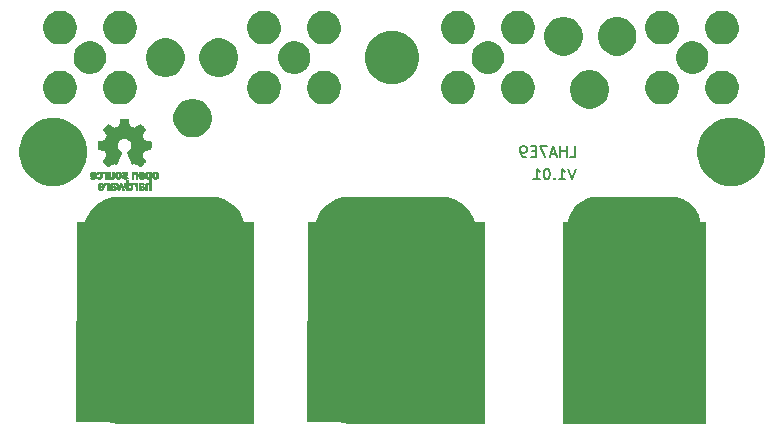
<source format=gbr>
G04 #@! TF.GenerationSoftware,KiCad,Pcbnew,(5.1.0)-1*
G04 #@! TF.CreationDate,2019-08-14T22:30:10+08:00*
G04 #@! TF.ProjectId,Kelvin Connector for Handheld LCR Meter,4b656c76-696e-4204-936f-6e6e6563746f,1.01*
G04 #@! TF.SameCoordinates,Original*
G04 #@! TF.FileFunction,Soldermask,Bot*
G04 #@! TF.FilePolarity,Negative*
%FSLAX46Y46*%
G04 Gerber Fmt 4.6, Leading zero omitted, Abs format (unit mm)*
G04 Created by KiCad (PCBNEW (5.1.0)-1) date 2019-08-14 22:30:10*
%MOMM*%
%LPD*%
G04 APERTURE LIST*
%ADD10C,0.177800*%
%ADD11C,0.010000*%
%ADD12C,0.100000*%
G04 APERTURE END LIST*
D10*
X230128800Y-102399257D02*
X229824000Y-103313657D01*
X229519200Y-102399257D01*
X228735428Y-103313657D02*
X229257942Y-103313657D01*
X228996685Y-103313657D02*
X228996685Y-102399257D01*
X229083771Y-102529885D01*
X229170857Y-102616971D01*
X229257942Y-102660514D01*
X228343542Y-103226571D02*
X228300000Y-103270114D01*
X228343542Y-103313657D01*
X228387085Y-103270114D01*
X228343542Y-103226571D01*
X228343542Y-103313657D01*
X227733942Y-102399257D02*
X227646857Y-102399257D01*
X227559771Y-102442800D01*
X227516228Y-102486342D01*
X227472685Y-102573428D01*
X227429142Y-102747600D01*
X227429142Y-102965314D01*
X227472685Y-103139485D01*
X227516228Y-103226571D01*
X227559771Y-103270114D01*
X227646857Y-103313657D01*
X227733942Y-103313657D01*
X227821028Y-103270114D01*
X227864571Y-103226571D01*
X227908114Y-103139485D01*
X227951657Y-102965314D01*
X227951657Y-102747600D01*
X227908114Y-102573428D01*
X227864571Y-102486342D01*
X227821028Y-102442800D01*
X227733942Y-102399257D01*
X226558285Y-103313657D02*
X227080800Y-103313657D01*
X226819542Y-103313657D02*
X226819542Y-102399257D01*
X226906628Y-102529885D01*
X226993714Y-102616971D01*
X227080800Y-102660514D01*
X229672342Y-101413657D02*
X230107771Y-101413657D01*
X230107771Y-100499257D01*
X229367542Y-101413657D02*
X229367542Y-100499257D01*
X229367542Y-100934685D02*
X228845028Y-100934685D01*
X228845028Y-101413657D02*
X228845028Y-100499257D01*
X228453142Y-101152400D02*
X228017714Y-101152400D01*
X228540228Y-101413657D02*
X228235428Y-100499257D01*
X227930628Y-101413657D01*
X227712914Y-100499257D02*
X227103314Y-100499257D01*
X227495200Y-101413657D01*
X226754971Y-100934685D02*
X226450171Y-100934685D01*
X226319542Y-101413657D02*
X226754971Y-101413657D01*
X226754971Y-100499257D01*
X226319542Y-100499257D01*
X225884114Y-101413657D02*
X225709942Y-101413657D01*
X225622857Y-101370114D01*
X225579314Y-101326571D01*
X225492228Y-101195942D01*
X225448685Y-101021771D01*
X225448685Y-100673428D01*
X225492228Y-100586342D01*
X225535771Y-100542800D01*
X225622857Y-100499257D01*
X225797028Y-100499257D01*
X225884114Y-100542800D01*
X225927657Y-100586342D01*
X225971200Y-100673428D01*
X225971200Y-100891142D01*
X225927657Y-100978228D01*
X225884114Y-101021771D01*
X225797028Y-101065314D01*
X225622857Y-101065314D01*
X225535771Y-101021771D01*
X225492228Y-100978228D01*
X225448685Y-100891142D01*
D11*
G36*
X193284210Y-103606555D02*
G01*
X193225055Y-103622339D01*
X193180023Y-103650948D01*
X193148246Y-103688419D01*
X193138366Y-103704411D01*
X193131073Y-103721163D01*
X193125974Y-103742592D01*
X193122679Y-103772616D01*
X193120797Y-103815154D01*
X193119937Y-103874122D01*
X193119707Y-103953440D01*
X193119703Y-103974484D01*
X193119703Y-104217822D01*
X193180059Y-104217822D01*
X193218557Y-104215126D01*
X193247023Y-104208295D01*
X193254155Y-104204083D01*
X193273652Y-104196813D01*
X193293566Y-104204083D01*
X193326353Y-104213160D01*
X193373978Y-104216813D01*
X193426764Y-104215228D01*
X193475036Y-104208589D01*
X193503218Y-104200072D01*
X193557753Y-104165063D01*
X193591835Y-104116479D01*
X193607157Y-104051882D01*
X193607299Y-104050223D01*
X193605955Y-104021566D01*
X193484356Y-104021566D01*
X193473726Y-104054161D01*
X193456410Y-104072505D01*
X193421652Y-104086379D01*
X193375773Y-104091917D01*
X193328988Y-104089191D01*
X193291514Y-104078274D01*
X193281015Y-104071269D01*
X193262668Y-104038904D01*
X193258020Y-104002111D01*
X193258020Y-103953763D01*
X193327582Y-103953763D01*
X193393667Y-103958850D01*
X193443764Y-103973263D01*
X193474929Y-103995729D01*
X193484356Y-104021566D01*
X193605955Y-104021566D01*
X193603987Y-103979647D01*
X193580710Y-103923845D01*
X193536948Y-103881647D01*
X193530899Y-103877808D01*
X193504907Y-103865309D01*
X193472735Y-103857740D01*
X193427760Y-103854061D01*
X193374331Y-103853216D01*
X193258020Y-103853169D01*
X193258020Y-103804411D01*
X193262953Y-103766581D01*
X193275543Y-103741236D01*
X193277017Y-103739887D01*
X193305034Y-103728800D01*
X193347326Y-103724503D01*
X193394064Y-103726615D01*
X193435418Y-103734756D01*
X193459957Y-103746965D01*
X193473253Y-103756746D01*
X193487294Y-103758613D01*
X193506671Y-103750600D01*
X193535976Y-103730739D01*
X193579803Y-103697063D01*
X193583825Y-103693909D01*
X193581764Y-103682236D01*
X193564568Y-103662822D01*
X193538433Y-103641248D01*
X193509552Y-103623096D01*
X193500478Y-103618809D01*
X193467380Y-103610256D01*
X193418880Y-103604155D01*
X193364695Y-103601708D01*
X193362161Y-103601703D01*
X193284210Y-103606555D01*
X193284210Y-103606555D01*
G37*
X193284210Y-103606555D02*
X193225055Y-103622339D01*
X193180023Y-103650948D01*
X193148246Y-103688419D01*
X193138366Y-103704411D01*
X193131073Y-103721163D01*
X193125974Y-103742592D01*
X193122679Y-103772616D01*
X193120797Y-103815154D01*
X193119937Y-103874122D01*
X193119707Y-103953440D01*
X193119703Y-103974484D01*
X193119703Y-104217822D01*
X193180059Y-104217822D01*
X193218557Y-104215126D01*
X193247023Y-104208295D01*
X193254155Y-104204083D01*
X193273652Y-104196813D01*
X193293566Y-104204083D01*
X193326353Y-104213160D01*
X193373978Y-104216813D01*
X193426764Y-104215228D01*
X193475036Y-104208589D01*
X193503218Y-104200072D01*
X193557753Y-104165063D01*
X193591835Y-104116479D01*
X193607157Y-104051882D01*
X193607299Y-104050223D01*
X193605955Y-104021566D01*
X193484356Y-104021566D01*
X193473726Y-104054161D01*
X193456410Y-104072505D01*
X193421652Y-104086379D01*
X193375773Y-104091917D01*
X193328988Y-104089191D01*
X193291514Y-104078274D01*
X193281015Y-104071269D01*
X193262668Y-104038904D01*
X193258020Y-104002111D01*
X193258020Y-103953763D01*
X193327582Y-103953763D01*
X193393667Y-103958850D01*
X193443764Y-103973263D01*
X193474929Y-103995729D01*
X193484356Y-104021566D01*
X193605955Y-104021566D01*
X193603987Y-103979647D01*
X193580710Y-103923845D01*
X193536948Y-103881647D01*
X193530899Y-103877808D01*
X193504907Y-103865309D01*
X193472735Y-103857740D01*
X193427760Y-103854061D01*
X193374331Y-103853216D01*
X193258020Y-103853169D01*
X193258020Y-103804411D01*
X193262953Y-103766581D01*
X193275543Y-103741236D01*
X193277017Y-103739887D01*
X193305034Y-103728800D01*
X193347326Y-103724503D01*
X193394064Y-103726615D01*
X193435418Y-103734756D01*
X193459957Y-103746965D01*
X193473253Y-103756746D01*
X193487294Y-103758613D01*
X193506671Y-103750600D01*
X193535976Y-103730739D01*
X193579803Y-103697063D01*
X193583825Y-103693909D01*
X193581764Y-103682236D01*
X193564568Y-103662822D01*
X193538433Y-103641248D01*
X193509552Y-103623096D01*
X193500478Y-103618809D01*
X193467380Y-103610256D01*
X193418880Y-103604155D01*
X193364695Y-103601708D01*
X193362161Y-103601703D01*
X193284210Y-103606555D01*
G36*
X191618476Y-103604237D02*
G01*
X191568745Y-103607971D01*
X191438709Y-103997773D01*
X191418322Y-103928614D01*
X191406054Y-103885874D01*
X191389915Y-103828115D01*
X191372488Y-103764625D01*
X191363274Y-103730570D01*
X191328612Y-103601683D01*
X191185609Y-103601683D01*
X191228354Y-103736857D01*
X191249404Y-103803342D01*
X191274833Y-103883539D01*
X191301390Y-103967193D01*
X191325098Y-104041782D01*
X191379098Y-104211535D01*
X191437402Y-104215328D01*
X191495705Y-104219122D01*
X191527321Y-104114734D01*
X191546818Y-104049889D01*
X191568096Y-103978400D01*
X191586692Y-103915263D01*
X191587426Y-103912750D01*
X191601316Y-103869969D01*
X191613571Y-103840779D01*
X191622154Y-103829741D01*
X191623918Y-103831018D01*
X191630109Y-103848130D01*
X191641872Y-103884787D01*
X191657775Y-103936378D01*
X191676386Y-103998294D01*
X191686457Y-104032352D01*
X191740993Y-104217822D01*
X191856736Y-104217822D01*
X191949263Y-103925471D01*
X191975256Y-103843462D01*
X191998934Y-103768987D01*
X192019180Y-103705544D01*
X192034874Y-103656632D01*
X192044898Y-103625749D01*
X192047945Y-103616726D01*
X192045533Y-103607487D01*
X192026592Y-103603441D01*
X191987177Y-103603846D01*
X191981007Y-103604152D01*
X191907914Y-103607971D01*
X191860043Y-103784010D01*
X191842447Y-103848211D01*
X191826723Y-103904649D01*
X191814254Y-103948422D01*
X191806426Y-103974630D01*
X191804980Y-103978903D01*
X191798986Y-103973990D01*
X191786899Y-103948532D01*
X191770107Y-103905997D01*
X191749997Y-103849850D01*
X191732997Y-103799130D01*
X191668206Y-103600504D01*
X191618476Y-103604237D01*
X191618476Y-103604237D01*
G37*
X191618476Y-103604237D02*
X191568745Y-103607971D01*
X191438709Y-103997773D01*
X191418322Y-103928614D01*
X191406054Y-103885874D01*
X191389915Y-103828115D01*
X191372488Y-103764625D01*
X191363274Y-103730570D01*
X191328612Y-103601683D01*
X191185609Y-103601683D01*
X191228354Y-103736857D01*
X191249404Y-103803342D01*
X191274833Y-103883539D01*
X191301390Y-103967193D01*
X191325098Y-104041782D01*
X191379098Y-104211535D01*
X191437402Y-104215328D01*
X191495705Y-104219122D01*
X191527321Y-104114734D01*
X191546818Y-104049889D01*
X191568096Y-103978400D01*
X191586692Y-103915263D01*
X191587426Y-103912750D01*
X191601316Y-103869969D01*
X191613571Y-103840779D01*
X191622154Y-103829741D01*
X191623918Y-103831018D01*
X191630109Y-103848130D01*
X191641872Y-103884787D01*
X191657775Y-103936378D01*
X191676386Y-103998294D01*
X191686457Y-104032352D01*
X191740993Y-104217822D01*
X191856736Y-104217822D01*
X191949263Y-103925471D01*
X191975256Y-103843462D01*
X191998934Y-103768987D01*
X192019180Y-103705544D01*
X192034874Y-103656632D01*
X192044898Y-103625749D01*
X192047945Y-103616726D01*
X192045533Y-103607487D01*
X192026592Y-103603441D01*
X191987177Y-103603846D01*
X191981007Y-103604152D01*
X191907914Y-103607971D01*
X191860043Y-103784010D01*
X191842447Y-103848211D01*
X191826723Y-103904649D01*
X191814254Y-103948422D01*
X191806426Y-103974630D01*
X191804980Y-103978903D01*
X191798986Y-103973990D01*
X191786899Y-103948532D01*
X191770107Y-103905997D01*
X191749997Y-103849850D01*
X191732997Y-103799130D01*
X191668206Y-103600504D01*
X191618476Y-103604237D01*
G36*
X190861589Y-103605417D02*
G01*
X190808589Y-103618290D01*
X190793269Y-103625110D01*
X190763572Y-103642974D01*
X190740780Y-103663093D01*
X190723917Y-103688962D01*
X190712002Y-103724073D01*
X190704058Y-103771920D01*
X190699106Y-103835996D01*
X190696169Y-103919794D01*
X190695053Y-103975768D01*
X190690948Y-104217822D01*
X190761068Y-104217822D01*
X190803607Y-104216038D01*
X190825524Y-104209942D01*
X190831188Y-104199706D01*
X190834179Y-104188637D01*
X190847549Y-104190754D01*
X190865767Y-104199629D01*
X190911376Y-104213233D01*
X190969993Y-104216899D01*
X191031646Y-104210903D01*
X191086362Y-104195521D01*
X191091270Y-104193386D01*
X191141277Y-104158255D01*
X191174244Y-104109419D01*
X191189413Y-104052333D01*
X191188254Y-104031824D01*
X191064492Y-104031824D01*
X191053587Y-104059425D01*
X191021255Y-104079204D01*
X190969090Y-104089819D01*
X190941213Y-104091228D01*
X190894753Y-104087620D01*
X190863871Y-104073597D01*
X190856336Y-104066931D01*
X190835924Y-104030666D01*
X190831188Y-103997773D01*
X190831188Y-103953763D01*
X190892487Y-103953763D01*
X190963744Y-103957395D01*
X191013724Y-103968818D01*
X191045304Y-103988824D01*
X191052374Y-103997743D01*
X191064492Y-104031824D01*
X191188254Y-104031824D01*
X191186029Y-103992456D01*
X191163337Y-103935244D01*
X191132376Y-103896580D01*
X191113624Y-103879864D01*
X191095267Y-103868878D01*
X191071381Y-103862180D01*
X191036043Y-103858326D01*
X190983331Y-103855873D01*
X190962423Y-103855168D01*
X190831188Y-103850879D01*
X190831380Y-103811158D01*
X190836463Y-103769405D01*
X190854838Y-103744158D01*
X190891961Y-103728030D01*
X190892957Y-103727742D01*
X190945590Y-103721400D01*
X190997094Y-103729684D01*
X191035370Y-103749827D01*
X191050728Y-103759773D01*
X191067270Y-103758397D01*
X191092725Y-103743987D01*
X191107672Y-103733817D01*
X191136909Y-103712088D01*
X191155020Y-103695800D01*
X191157926Y-103691137D01*
X191145960Y-103667005D01*
X191110604Y-103638185D01*
X191095247Y-103628461D01*
X191051099Y-103611714D01*
X190991602Y-103602227D01*
X190925513Y-103600095D01*
X190861589Y-103605417D01*
X190861589Y-103605417D01*
G37*
X190861589Y-103605417D02*
X190808589Y-103618290D01*
X190793269Y-103625110D01*
X190763572Y-103642974D01*
X190740780Y-103663093D01*
X190723917Y-103688962D01*
X190712002Y-103724073D01*
X190704058Y-103771920D01*
X190699106Y-103835996D01*
X190696169Y-103919794D01*
X190695053Y-103975768D01*
X190690948Y-104217822D01*
X190761068Y-104217822D01*
X190803607Y-104216038D01*
X190825524Y-104209942D01*
X190831188Y-104199706D01*
X190834179Y-104188637D01*
X190847549Y-104190754D01*
X190865767Y-104199629D01*
X190911376Y-104213233D01*
X190969993Y-104216899D01*
X191031646Y-104210903D01*
X191086362Y-104195521D01*
X191091270Y-104193386D01*
X191141277Y-104158255D01*
X191174244Y-104109419D01*
X191189413Y-104052333D01*
X191188254Y-104031824D01*
X191064492Y-104031824D01*
X191053587Y-104059425D01*
X191021255Y-104079204D01*
X190969090Y-104089819D01*
X190941213Y-104091228D01*
X190894753Y-104087620D01*
X190863871Y-104073597D01*
X190856336Y-104066931D01*
X190835924Y-104030666D01*
X190831188Y-103997773D01*
X190831188Y-103953763D01*
X190892487Y-103953763D01*
X190963744Y-103957395D01*
X191013724Y-103968818D01*
X191045304Y-103988824D01*
X191052374Y-103997743D01*
X191064492Y-104031824D01*
X191188254Y-104031824D01*
X191186029Y-103992456D01*
X191163337Y-103935244D01*
X191132376Y-103896580D01*
X191113624Y-103879864D01*
X191095267Y-103868878D01*
X191071381Y-103862180D01*
X191036043Y-103858326D01*
X190983331Y-103855873D01*
X190962423Y-103855168D01*
X190831188Y-103850879D01*
X190831380Y-103811158D01*
X190836463Y-103769405D01*
X190854838Y-103744158D01*
X190891961Y-103728030D01*
X190892957Y-103727742D01*
X190945590Y-103721400D01*
X190997094Y-103729684D01*
X191035370Y-103749827D01*
X191050728Y-103759773D01*
X191067270Y-103758397D01*
X191092725Y-103743987D01*
X191107672Y-103733817D01*
X191136909Y-103712088D01*
X191155020Y-103695800D01*
X191157926Y-103691137D01*
X191145960Y-103667005D01*
X191110604Y-103638185D01*
X191095247Y-103628461D01*
X191051099Y-103611714D01*
X190991602Y-103602227D01*
X190925513Y-103600095D01*
X190861589Y-103605417D01*
G36*
X190264745Y-103601486D02*
G01*
X190216405Y-103611015D01*
X190188886Y-103625125D01*
X190159936Y-103648568D01*
X190201124Y-103700571D01*
X190226518Y-103732064D01*
X190243762Y-103747428D01*
X190260898Y-103749776D01*
X190285973Y-103742217D01*
X190297743Y-103737941D01*
X190345730Y-103731631D01*
X190389676Y-103745156D01*
X190421940Y-103775710D01*
X190427181Y-103785452D01*
X190432888Y-103811258D01*
X190437294Y-103858817D01*
X190440189Y-103924758D01*
X190441369Y-104005710D01*
X190441386Y-104017226D01*
X190441386Y-104217822D01*
X190579703Y-104217822D01*
X190579703Y-103601683D01*
X190510544Y-103601683D01*
X190470667Y-103602725D01*
X190449893Y-103607358D01*
X190442211Y-103617849D01*
X190441386Y-103627745D01*
X190441386Y-103653806D01*
X190408255Y-103627745D01*
X190370265Y-103609965D01*
X190319230Y-103601174D01*
X190264745Y-103601486D01*
X190264745Y-103601486D01*
G37*
X190264745Y-103601486D02*
X190216405Y-103611015D01*
X190188886Y-103625125D01*
X190159936Y-103648568D01*
X190201124Y-103700571D01*
X190226518Y-103732064D01*
X190243762Y-103747428D01*
X190260898Y-103749776D01*
X190285973Y-103742217D01*
X190297743Y-103737941D01*
X190345730Y-103731631D01*
X190389676Y-103745156D01*
X190421940Y-103775710D01*
X190427181Y-103785452D01*
X190432888Y-103811258D01*
X190437294Y-103858817D01*
X190440189Y-103924758D01*
X190441369Y-104005710D01*
X190441386Y-104017226D01*
X190441386Y-104217822D01*
X190579703Y-104217822D01*
X190579703Y-103601683D01*
X190510544Y-103601683D01*
X190470667Y-103602725D01*
X190449893Y-103607358D01*
X190442211Y-103617849D01*
X190441386Y-103627745D01*
X190441386Y-103653806D01*
X190408255Y-103627745D01*
X190370265Y-103609965D01*
X190319230Y-103601174D01*
X190264745Y-103601486D01*
G36*
X189867419Y-103604970D02*
G01*
X189807315Y-103620597D01*
X189756979Y-103652848D01*
X189732607Y-103676940D01*
X189692655Y-103733895D01*
X189669758Y-103799965D01*
X189661892Y-103881182D01*
X189661852Y-103887748D01*
X189661782Y-103953763D01*
X190041736Y-103953763D01*
X190033637Y-103988342D01*
X190019013Y-104019659D01*
X189993419Y-104052291D01*
X189988065Y-104057500D01*
X189942057Y-104085694D01*
X189889590Y-104090475D01*
X189829197Y-104071926D01*
X189818960Y-104066931D01*
X189787561Y-104051745D01*
X189766530Y-104043094D01*
X189762861Y-104042293D01*
X189750052Y-104050063D01*
X189725622Y-104069072D01*
X189713221Y-104079460D01*
X189687524Y-104103321D01*
X189679085Y-104119077D01*
X189684942Y-104133571D01*
X189688072Y-104137534D01*
X189709275Y-104154879D01*
X189744262Y-104175959D01*
X189768663Y-104188265D01*
X189837928Y-104209946D01*
X189914612Y-104216971D01*
X189987235Y-104208647D01*
X190007574Y-104202686D01*
X190070524Y-104168952D01*
X190117185Y-104117045D01*
X190147827Y-104046459D01*
X190162718Y-103956692D01*
X190164353Y-103909753D01*
X190159579Y-103841413D01*
X190039010Y-103841413D01*
X190027348Y-103846465D01*
X189996002Y-103850429D01*
X189950429Y-103852768D01*
X189919554Y-103853169D01*
X189864019Y-103852783D01*
X189828967Y-103850975D01*
X189809738Y-103846773D01*
X189801670Y-103839203D01*
X189800099Y-103828218D01*
X189810879Y-103794381D01*
X189838020Y-103760940D01*
X189873723Y-103735272D01*
X189909440Y-103724772D01*
X189957952Y-103734086D01*
X189999947Y-103761013D01*
X190029064Y-103799827D01*
X190039010Y-103841413D01*
X190159579Y-103841413D01*
X190157401Y-103810236D01*
X190135945Y-103730949D01*
X190099530Y-103671263D01*
X190047703Y-103630549D01*
X189980010Y-103608179D01*
X189943338Y-103603871D01*
X189867419Y-103604970D01*
X189867419Y-103604970D01*
G37*
X189867419Y-103604970D02*
X189807315Y-103620597D01*
X189756979Y-103652848D01*
X189732607Y-103676940D01*
X189692655Y-103733895D01*
X189669758Y-103799965D01*
X189661892Y-103881182D01*
X189661852Y-103887748D01*
X189661782Y-103953763D01*
X190041736Y-103953763D01*
X190033637Y-103988342D01*
X190019013Y-104019659D01*
X189993419Y-104052291D01*
X189988065Y-104057500D01*
X189942057Y-104085694D01*
X189889590Y-104090475D01*
X189829197Y-104071926D01*
X189818960Y-104066931D01*
X189787561Y-104051745D01*
X189766530Y-104043094D01*
X189762861Y-104042293D01*
X189750052Y-104050063D01*
X189725622Y-104069072D01*
X189713221Y-104079460D01*
X189687524Y-104103321D01*
X189679085Y-104119077D01*
X189684942Y-104133571D01*
X189688072Y-104137534D01*
X189709275Y-104154879D01*
X189744262Y-104175959D01*
X189768663Y-104188265D01*
X189837928Y-104209946D01*
X189914612Y-104216971D01*
X189987235Y-104208647D01*
X190007574Y-104202686D01*
X190070524Y-104168952D01*
X190117185Y-104117045D01*
X190147827Y-104046459D01*
X190162718Y-103956692D01*
X190164353Y-103909753D01*
X190159579Y-103841413D01*
X190039010Y-103841413D01*
X190027348Y-103846465D01*
X189996002Y-103850429D01*
X189950429Y-103852768D01*
X189919554Y-103853169D01*
X189864019Y-103852783D01*
X189828967Y-103850975D01*
X189809738Y-103846773D01*
X189801670Y-103839203D01*
X189800099Y-103828218D01*
X189810879Y-103794381D01*
X189838020Y-103760940D01*
X189873723Y-103735272D01*
X189909440Y-103724772D01*
X189957952Y-103734086D01*
X189999947Y-103761013D01*
X190029064Y-103799827D01*
X190039010Y-103841413D01*
X190159579Y-103841413D01*
X190157401Y-103810236D01*
X190135945Y-103730949D01*
X190099530Y-103671263D01*
X190047703Y-103630549D01*
X189980010Y-103608179D01*
X189943338Y-103603871D01*
X189867419Y-103604970D01*
G36*
X194438261Y-102665148D02*
G01*
X194372479Y-102694231D01*
X194322540Y-102742793D01*
X194288374Y-102810908D01*
X194269907Y-102898651D01*
X194268583Y-102912351D01*
X194267546Y-103008939D01*
X194280993Y-103093602D01*
X194308108Y-103162221D01*
X194322627Y-103184294D01*
X194373201Y-103231011D01*
X194437609Y-103261268D01*
X194509666Y-103273824D01*
X194583185Y-103267439D01*
X194639072Y-103247772D01*
X194687132Y-103214629D01*
X194726412Y-103171175D01*
X194727092Y-103170158D01*
X194743044Y-103143338D01*
X194753410Y-103116368D01*
X194759688Y-103082332D01*
X194763373Y-103034310D01*
X194764997Y-102994931D01*
X194765672Y-102959219D01*
X194639955Y-102959219D01*
X194638726Y-102994770D01*
X194634266Y-103042094D01*
X194626397Y-103072465D01*
X194612207Y-103094072D01*
X194598917Y-103106694D01*
X194551802Y-103133122D01*
X194502505Y-103136653D01*
X194456593Y-103117639D01*
X194433638Y-103096331D01*
X194417096Y-103074859D01*
X194407421Y-103054313D01*
X194403174Y-103027574D01*
X194402920Y-102987523D01*
X194404228Y-102950638D01*
X194407043Y-102897947D01*
X194411505Y-102863772D01*
X194419548Y-102841480D01*
X194433103Y-102824442D01*
X194443845Y-102814703D01*
X194488777Y-102789123D01*
X194537249Y-102787847D01*
X194577894Y-102802999D01*
X194612567Y-102834642D01*
X194633224Y-102886620D01*
X194639955Y-102959219D01*
X194765672Y-102959219D01*
X194766479Y-102916621D01*
X194763948Y-102858056D01*
X194756362Y-102814007D01*
X194742681Y-102779248D01*
X194721865Y-102748551D01*
X194714147Y-102739436D01*
X194665889Y-102694021D01*
X194614128Y-102667493D01*
X194550828Y-102656379D01*
X194519961Y-102655471D01*
X194438261Y-102665148D01*
X194438261Y-102665148D01*
G37*
X194438261Y-102665148D02*
X194372479Y-102694231D01*
X194322540Y-102742793D01*
X194288374Y-102810908D01*
X194269907Y-102898651D01*
X194268583Y-102912351D01*
X194267546Y-103008939D01*
X194280993Y-103093602D01*
X194308108Y-103162221D01*
X194322627Y-103184294D01*
X194373201Y-103231011D01*
X194437609Y-103261268D01*
X194509666Y-103273824D01*
X194583185Y-103267439D01*
X194639072Y-103247772D01*
X194687132Y-103214629D01*
X194726412Y-103171175D01*
X194727092Y-103170158D01*
X194743044Y-103143338D01*
X194753410Y-103116368D01*
X194759688Y-103082332D01*
X194763373Y-103034310D01*
X194764997Y-102994931D01*
X194765672Y-102959219D01*
X194639955Y-102959219D01*
X194638726Y-102994770D01*
X194634266Y-103042094D01*
X194626397Y-103072465D01*
X194612207Y-103094072D01*
X194598917Y-103106694D01*
X194551802Y-103133122D01*
X194502505Y-103136653D01*
X194456593Y-103117639D01*
X194433638Y-103096331D01*
X194417096Y-103074859D01*
X194407421Y-103054313D01*
X194403174Y-103027574D01*
X194402920Y-102987523D01*
X194404228Y-102950638D01*
X194407043Y-102897947D01*
X194411505Y-102863772D01*
X194419548Y-102841480D01*
X194433103Y-102824442D01*
X194443845Y-102814703D01*
X194488777Y-102789123D01*
X194537249Y-102787847D01*
X194577894Y-102802999D01*
X194612567Y-102834642D01*
X194633224Y-102886620D01*
X194639955Y-102959219D01*
X194765672Y-102959219D01*
X194766479Y-102916621D01*
X194763948Y-102858056D01*
X194756362Y-102814007D01*
X194742681Y-102779248D01*
X194721865Y-102748551D01*
X194714147Y-102739436D01*
X194665889Y-102694021D01*
X194614128Y-102667493D01*
X194550828Y-102656379D01*
X194519961Y-102655471D01*
X194438261Y-102665148D01*
G36*
X193256699Y-102672614D02*
G01*
X193244168Y-102678514D01*
X193200799Y-102710283D01*
X193159790Y-102756646D01*
X193129168Y-102807696D01*
X193120459Y-102831166D01*
X193112512Y-102873091D01*
X193107774Y-102923757D01*
X193107199Y-102944679D01*
X193107129Y-103010693D01*
X193487083Y-103010693D01*
X193478983Y-103045273D01*
X193459104Y-103086170D01*
X193424347Y-103121514D01*
X193382998Y-103144282D01*
X193356649Y-103149010D01*
X193320916Y-103143273D01*
X193278282Y-103128882D01*
X193263799Y-103122262D01*
X193210240Y-103095513D01*
X193164533Y-103130376D01*
X193138158Y-103153955D01*
X193124124Y-103173417D01*
X193123414Y-103179129D01*
X193135951Y-103192973D01*
X193163428Y-103214012D01*
X193188366Y-103230425D01*
X193255664Y-103259930D01*
X193331110Y-103273284D01*
X193405888Y-103269812D01*
X193465495Y-103251663D01*
X193526941Y-103212784D01*
X193570608Y-103161595D01*
X193597926Y-103095367D01*
X193610322Y-103011371D01*
X193611421Y-102972936D01*
X193607022Y-102884861D01*
X193606482Y-102882299D01*
X193480582Y-102882299D01*
X193477115Y-102890558D01*
X193462863Y-102895113D01*
X193433470Y-102897065D01*
X193384575Y-102897517D01*
X193365748Y-102897525D01*
X193308467Y-102896843D01*
X193272141Y-102894364D01*
X193252604Y-102889443D01*
X193245690Y-102881434D01*
X193245445Y-102878862D01*
X193253336Y-102858423D01*
X193273085Y-102829789D01*
X193281575Y-102819763D01*
X193313094Y-102791408D01*
X193345949Y-102780259D01*
X193363651Y-102779327D01*
X193411539Y-102790981D01*
X193451699Y-102822285D01*
X193477173Y-102867752D01*
X193477625Y-102869233D01*
X193480582Y-102882299D01*
X193606482Y-102882299D01*
X193592392Y-102815510D01*
X193566038Y-102760025D01*
X193533807Y-102720639D01*
X193474217Y-102677931D01*
X193404168Y-102655109D01*
X193329661Y-102653046D01*
X193256699Y-102672614D01*
X193256699Y-102672614D01*
G37*
X193256699Y-102672614D02*
X193244168Y-102678514D01*
X193200799Y-102710283D01*
X193159790Y-102756646D01*
X193129168Y-102807696D01*
X193120459Y-102831166D01*
X193112512Y-102873091D01*
X193107774Y-102923757D01*
X193107199Y-102944679D01*
X193107129Y-103010693D01*
X193487083Y-103010693D01*
X193478983Y-103045273D01*
X193459104Y-103086170D01*
X193424347Y-103121514D01*
X193382998Y-103144282D01*
X193356649Y-103149010D01*
X193320916Y-103143273D01*
X193278282Y-103128882D01*
X193263799Y-103122262D01*
X193210240Y-103095513D01*
X193164533Y-103130376D01*
X193138158Y-103153955D01*
X193124124Y-103173417D01*
X193123414Y-103179129D01*
X193135951Y-103192973D01*
X193163428Y-103214012D01*
X193188366Y-103230425D01*
X193255664Y-103259930D01*
X193331110Y-103273284D01*
X193405888Y-103269812D01*
X193465495Y-103251663D01*
X193526941Y-103212784D01*
X193570608Y-103161595D01*
X193597926Y-103095367D01*
X193610322Y-103011371D01*
X193611421Y-102972936D01*
X193607022Y-102884861D01*
X193606482Y-102882299D01*
X193480582Y-102882299D01*
X193477115Y-102890558D01*
X193462863Y-102895113D01*
X193433470Y-102897065D01*
X193384575Y-102897517D01*
X193365748Y-102897525D01*
X193308467Y-102896843D01*
X193272141Y-102894364D01*
X193252604Y-102889443D01*
X193245690Y-102881434D01*
X193245445Y-102878862D01*
X193253336Y-102858423D01*
X193273085Y-102829789D01*
X193281575Y-102819763D01*
X193313094Y-102791408D01*
X193345949Y-102780259D01*
X193363651Y-102779327D01*
X193411539Y-102790981D01*
X193451699Y-102822285D01*
X193477173Y-102867752D01*
X193477625Y-102869233D01*
X193480582Y-102882299D01*
X193606482Y-102882299D01*
X193592392Y-102815510D01*
X193566038Y-102760025D01*
X193533807Y-102720639D01*
X193474217Y-102677931D01*
X193404168Y-102655109D01*
X193329661Y-102653046D01*
X193256699Y-102672614D01*
G36*
X191885983Y-102656452D02*
G01*
X191838366Y-102665482D01*
X191788966Y-102684370D01*
X191783688Y-102686777D01*
X191746226Y-102706476D01*
X191720283Y-102724781D01*
X191711897Y-102736508D01*
X191719883Y-102755632D01*
X191739280Y-102783850D01*
X191747890Y-102794384D01*
X191783372Y-102835847D01*
X191829115Y-102808858D01*
X191872650Y-102790878D01*
X191922950Y-102781267D01*
X191971188Y-102780660D01*
X192008533Y-102789691D01*
X192017495Y-102795327D01*
X192034563Y-102821171D01*
X192036637Y-102850941D01*
X192023866Y-102874197D01*
X192016312Y-102878708D01*
X191993675Y-102884309D01*
X191953885Y-102890892D01*
X191904834Y-102897183D01*
X191895785Y-102898170D01*
X191817004Y-102911798D01*
X191759864Y-102934946D01*
X191721970Y-102969752D01*
X191700921Y-103018354D01*
X191694365Y-103077718D01*
X191703423Y-103145198D01*
X191732836Y-103198188D01*
X191782722Y-103236783D01*
X191853200Y-103261081D01*
X191931435Y-103270667D01*
X191995234Y-103270552D01*
X192046984Y-103261845D01*
X192082327Y-103249825D01*
X192126983Y-103228880D01*
X192168253Y-103204574D01*
X192182921Y-103193876D01*
X192220643Y-103163084D01*
X192175148Y-103117049D01*
X192129653Y-103071013D01*
X192077928Y-103105243D01*
X192026048Y-103130952D01*
X191970649Y-103144399D01*
X191917395Y-103145818D01*
X191871951Y-103135443D01*
X191839984Y-103113507D01*
X191829662Y-103094998D01*
X191831211Y-103065314D01*
X191856860Y-103042615D01*
X191906540Y-103026940D01*
X191960969Y-103019695D01*
X192044736Y-103005873D01*
X192106967Y-102979796D01*
X192148493Y-102940699D01*
X192170147Y-102887820D01*
X192173147Y-102825126D01*
X192158329Y-102759642D01*
X192124546Y-102710144D01*
X192071495Y-102676408D01*
X191998874Y-102658207D01*
X191945072Y-102654639D01*
X191885983Y-102656452D01*
X191885983Y-102656452D01*
G37*
X191885983Y-102656452D02*
X191838366Y-102665482D01*
X191788966Y-102684370D01*
X191783688Y-102686777D01*
X191746226Y-102706476D01*
X191720283Y-102724781D01*
X191711897Y-102736508D01*
X191719883Y-102755632D01*
X191739280Y-102783850D01*
X191747890Y-102794384D01*
X191783372Y-102835847D01*
X191829115Y-102808858D01*
X191872650Y-102790878D01*
X191922950Y-102781267D01*
X191971188Y-102780660D01*
X192008533Y-102789691D01*
X192017495Y-102795327D01*
X192034563Y-102821171D01*
X192036637Y-102850941D01*
X192023866Y-102874197D01*
X192016312Y-102878708D01*
X191993675Y-102884309D01*
X191953885Y-102890892D01*
X191904834Y-102897183D01*
X191895785Y-102898170D01*
X191817004Y-102911798D01*
X191759864Y-102934946D01*
X191721970Y-102969752D01*
X191700921Y-103018354D01*
X191694365Y-103077718D01*
X191703423Y-103145198D01*
X191732836Y-103198188D01*
X191782722Y-103236783D01*
X191853200Y-103261081D01*
X191931435Y-103270667D01*
X191995234Y-103270552D01*
X192046984Y-103261845D01*
X192082327Y-103249825D01*
X192126983Y-103228880D01*
X192168253Y-103204574D01*
X192182921Y-103193876D01*
X192220643Y-103163084D01*
X192175148Y-103117049D01*
X192129653Y-103071013D01*
X192077928Y-103105243D01*
X192026048Y-103130952D01*
X191970649Y-103144399D01*
X191917395Y-103145818D01*
X191871951Y-103135443D01*
X191839984Y-103113507D01*
X191829662Y-103094998D01*
X191831211Y-103065314D01*
X191856860Y-103042615D01*
X191906540Y-103026940D01*
X191960969Y-103019695D01*
X192044736Y-103005873D01*
X192106967Y-102979796D01*
X192148493Y-102940699D01*
X192170147Y-102887820D01*
X192173147Y-102825126D01*
X192158329Y-102759642D01*
X192124546Y-102710144D01*
X192071495Y-102676408D01*
X191998874Y-102658207D01*
X191945072Y-102654639D01*
X191885983Y-102656452D01*
G36*
X191289238Y-102666055D02*
G01*
X191225637Y-102700692D01*
X191175877Y-102755372D01*
X191152432Y-102799842D01*
X191142366Y-102839121D01*
X191135844Y-102895116D01*
X191133049Y-102959621D01*
X191134164Y-103024429D01*
X191139374Y-103081334D01*
X191145459Y-103111727D01*
X191165986Y-103153306D01*
X191201537Y-103197468D01*
X191244381Y-103236087D01*
X191286789Y-103261034D01*
X191287823Y-103261430D01*
X191340447Y-103272331D01*
X191402812Y-103272601D01*
X191462076Y-103262676D01*
X191484960Y-103254722D01*
X191543898Y-103221300D01*
X191586110Y-103177511D01*
X191613844Y-103119538D01*
X191629349Y-103043565D01*
X191632857Y-103003771D01*
X191632410Y-102953766D01*
X191497624Y-102953766D01*
X191493083Y-103026732D01*
X191480014Y-103082334D01*
X191459244Y-103117861D01*
X191444448Y-103128020D01*
X191406536Y-103135104D01*
X191361473Y-103133007D01*
X191322513Y-103122812D01*
X191312296Y-103117204D01*
X191285341Y-103084538D01*
X191267549Y-103034545D01*
X191259976Y-102973705D01*
X191263675Y-102908497D01*
X191271943Y-102869253D01*
X191295680Y-102823805D01*
X191333151Y-102795396D01*
X191378280Y-102785573D01*
X191424989Y-102795887D01*
X191460868Y-102821112D01*
X191479723Y-102841925D01*
X191490728Y-102862439D01*
X191495974Y-102890203D01*
X191497551Y-102932762D01*
X191497624Y-102953766D01*
X191632410Y-102953766D01*
X191631906Y-102897580D01*
X191614612Y-102810501D01*
X191580971Y-102742530D01*
X191530982Y-102693664D01*
X191464644Y-102663899D01*
X191450399Y-102660448D01*
X191364790Y-102652345D01*
X191289238Y-102666055D01*
X191289238Y-102666055D01*
G37*
X191289238Y-102666055D02*
X191225637Y-102700692D01*
X191175877Y-102755372D01*
X191152432Y-102799842D01*
X191142366Y-102839121D01*
X191135844Y-102895116D01*
X191133049Y-102959621D01*
X191134164Y-103024429D01*
X191139374Y-103081334D01*
X191145459Y-103111727D01*
X191165986Y-103153306D01*
X191201537Y-103197468D01*
X191244381Y-103236087D01*
X191286789Y-103261034D01*
X191287823Y-103261430D01*
X191340447Y-103272331D01*
X191402812Y-103272601D01*
X191462076Y-103262676D01*
X191484960Y-103254722D01*
X191543898Y-103221300D01*
X191586110Y-103177511D01*
X191613844Y-103119538D01*
X191629349Y-103043565D01*
X191632857Y-103003771D01*
X191632410Y-102953766D01*
X191497624Y-102953766D01*
X191493083Y-103026732D01*
X191480014Y-103082334D01*
X191459244Y-103117861D01*
X191444448Y-103128020D01*
X191406536Y-103135104D01*
X191361473Y-103133007D01*
X191322513Y-103122812D01*
X191312296Y-103117204D01*
X191285341Y-103084538D01*
X191267549Y-103034545D01*
X191259976Y-102973705D01*
X191263675Y-102908497D01*
X191271943Y-102869253D01*
X191295680Y-102823805D01*
X191333151Y-102795396D01*
X191378280Y-102785573D01*
X191424989Y-102795887D01*
X191460868Y-102821112D01*
X191479723Y-102841925D01*
X191490728Y-102862439D01*
X191495974Y-102890203D01*
X191497551Y-102932762D01*
X191497624Y-102953766D01*
X191632410Y-102953766D01*
X191631906Y-102897580D01*
X191614612Y-102810501D01*
X191580971Y-102742530D01*
X191530982Y-102693664D01*
X191464644Y-102663899D01*
X191450399Y-102660448D01*
X191364790Y-102652345D01*
X191289238Y-102666055D01*
G36*
X190906633Y-102854342D02*
G01*
X190905445Y-102946563D01*
X190901103Y-103016610D01*
X190892442Y-103067381D01*
X190878296Y-103101772D01*
X190857500Y-103122679D01*
X190828890Y-103133000D01*
X190793465Y-103135636D01*
X190756364Y-103132682D01*
X190728182Y-103121889D01*
X190707757Y-103100360D01*
X190693921Y-103065199D01*
X190685509Y-103013510D01*
X190681357Y-102942394D01*
X190680297Y-102854342D01*
X190680297Y-102658614D01*
X190541980Y-102658614D01*
X190541980Y-103262179D01*
X190611138Y-103262179D01*
X190652830Y-103260489D01*
X190674299Y-103254556D01*
X190680297Y-103243293D01*
X190683909Y-103233261D01*
X190698286Y-103235383D01*
X190727264Y-103249580D01*
X190793681Y-103271480D01*
X190864125Y-103269928D01*
X190931623Y-103246147D01*
X190963767Y-103227362D01*
X190988285Y-103207022D01*
X191006196Y-103181573D01*
X191018521Y-103147458D01*
X191026277Y-103101121D01*
X191030484Y-103039007D01*
X191032160Y-102957561D01*
X191032376Y-102894578D01*
X191032376Y-102658614D01*
X190906633Y-102658614D01*
X190906633Y-102854342D01*
X190906633Y-102854342D01*
G37*
X190906633Y-102854342D02*
X190905445Y-102946563D01*
X190901103Y-103016610D01*
X190892442Y-103067381D01*
X190878296Y-103101772D01*
X190857500Y-103122679D01*
X190828890Y-103133000D01*
X190793465Y-103135636D01*
X190756364Y-103132682D01*
X190728182Y-103121889D01*
X190707757Y-103100360D01*
X190693921Y-103065199D01*
X190685509Y-103013510D01*
X190681357Y-102942394D01*
X190680297Y-102854342D01*
X190680297Y-102658614D01*
X190541980Y-102658614D01*
X190541980Y-103262179D01*
X190611138Y-103262179D01*
X190652830Y-103260489D01*
X190674299Y-103254556D01*
X190680297Y-103243293D01*
X190683909Y-103233261D01*
X190698286Y-103235383D01*
X190727264Y-103249580D01*
X190793681Y-103271480D01*
X190864125Y-103269928D01*
X190931623Y-103246147D01*
X190963767Y-103227362D01*
X190988285Y-103207022D01*
X191006196Y-103181573D01*
X191018521Y-103147458D01*
X191026277Y-103101121D01*
X191030484Y-103039007D01*
X191032160Y-102957561D01*
X191032376Y-102894578D01*
X191032376Y-102658614D01*
X190906633Y-102658614D01*
X190906633Y-102854342D01*
G36*
X189682774Y-102663880D02*
G01*
X189609920Y-102694830D01*
X189586973Y-102709895D01*
X189557646Y-102733048D01*
X189539236Y-102751253D01*
X189536039Y-102757183D01*
X189545065Y-102770340D01*
X189568163Y-102792667D01*
X189586656Y-102808250D01*
X189637272Y-102848926D01*
X189677240Y-102815295D01*
X189708126Y-102793584D01*
X189738241Y-102786090D01*
X189772708Y-102787920D01*
X189827439Y-102801528D01*
X189865114Y-102829772D01*
X189888009Y-102875433D01*
X189898403Y-102941289D01*
X189898405Y-102941331D01*
X189897506Y-103014939D01*
X189883537Y-103068946D01*
X189855672Y-103105716D01*
X189836675Y-103118168D01*
X189786224Y-103133673D01*
X189732337Y-103133683D01*
X189685454Y-103118638D01*
X189674356Y-103111287D01*
X189646524Y-103092511D01*
X189624764Y-103089434D01*
X189601296Y-103103409D01*
X189575351Y-103128510D01*
X189534284Y-103170880D01*
X189579879Y-103208464D01*
X189650326Y-103250882D01*
X189729767Y-103271785D01*
X189812785Y-103270272D01*
X189867306Y-103256411D01*
X189931030Y-103222135D01*
X189981995Y-103168212D01*
X190005149Y-103130149D01*
X190023901Y-103075536D01*
X190033285Y-103006369D01*
X190033357Y-102931407D01*
X190024176Y-102859409D01*
X190005801Y-102799137D01*
X190002907Y-102792958D01*
X189960048Y-102732351D01*
X189902021Y-102688224D01*
X189833409Y-102661493D01*
X189758799Y-102653073D01*
X189682774Y-102663880D01*
X189682774Y-102663880D01*
G37*
X189682774Y-102663880D02*
X189609920Y-102694830D01*
X189586973Y-102709895D01*
X189557646Y-102733048D01*
X189539236Y-102751253D01*
X189536039Y-102757183D01*
X189545065Y-102770340D01*
X189568163Y-102792667D01*
X189586656Y-102808250D01*
X189637272Y-102848926D01*
X189677240Y-102815295D01*
X189708126Y-102793584D01*
X189738241Y-102786090D01*
X189772708Y-102787920D01*
X189827439Y-102801528D01*
X189865114Y-102829772D01*
X189888009Y-102875433D01*
X189898403Y-102941289D01*
X189898405Y-102941331D01*
X189897506Y-103014939D01*
X189883537Y-103068946D01*
X189855672Y-103105716D01*
X189836675Y-103118168D01*
X189786224Y-103133673D01*
X189732337Y-103133683D01*
X189685454Y-103118638D01*
X189674356Y-103111287D01*
X189646524Y-103092511D01*
X189624764Y-103089434D01*
X189601296Y-103103409D01*
X189575351Y-103128510D01*
X189534284Y-103170880D01*
X189579879Y-103208464D01*
X189650326Y-103250882D01*
X189729767Y-103271785D01*
X189812785Y-103270272D01*
X189867306Y-103256411D01*
X189931030Y-103222135D01*
X189981995Y-103168212D01*
X190005149Y-103130149D01*
X190023901Y-103075536D01*
X190033285Y-103006369D01*
X190033357Y-102931407D01*
X190024176Y-102859409D01*
X190005801Y-102799137D01*
X190002907Y-102792958D01*
X189960048Y-102732351D01*
X189902021Y-102688224D01*
X189833409Y-102661493D01*
X189758799Y-102653073D01*
X189682774Y-102663880D01*
G36*
X189222102Y-102656457D02*
G01*
X189189904Y-102664279D01*
X189128175Y-102692921D01*
X189075390Y-102736667D01*
X189038859Y-102789117D01*
X189033840Y-102800893D01*
X189026955Y-102831740D01*
X189022136Y-102877371D01*
X189020495Y-102923492D01*
X189020495Y-103010693D01*
X189202822Y-103010693D01*
X189278021Y-103010978D01*
X189330997Y-103012704D01*
X189364675Y-103017181D01*
X189381980Y-103025720D01*
X189385837Y-103039630D01*
X189379171Y-103060222D01*
X189367230Y-103084315D01*
X189333920Y-103124525D01*
X189287632Y-103144558D01*
X189231056Y-103143905D01*
X189166969Y-103122101D01*
X189111583Y-103095193D01*
X189065625Y-103131532D01*
X189019667Y-103167872D01*
X189062904Y-103207819D01*
X189120626Y-103245563D01*
X189191614Y-103268320D01*
X189267971Y-103274688D01*
X189341801Y-103263268D01*
X189353713Y-103259393D01*
X189418601Y-103225506D01*
X189466870Y-103174986D01*
X189499535Y-103106325D01*
X189517615Y-103018014D01*
X189517825Y-103016121D01*
X189519444Y-102919878D01*
X189512900Y-102885542D01*
X189385148Y-102885542D01*
X189373416Y-102890822D01*
X189341562Y-102894867D01*
X189294603Y-102897176D01*
X189264846Y-102897525D01*
X189209352Y-102897306D01*
X189174654Y-102895916D01*
X189156399Y-102892251D01*
X189150234Y-102885210D01*
X189151805Y-102873690D01*
X189153122Y-102869233D01*
X189175618Y-102827355D01*
X189210997Y-102793604D01*
X189242220Y-102778773D01*
X189283699Y-102779668D01*
X189325731Y-102798164D01*
X189360988Y-102828786D01*
X189382146Y-102866062D01*
X189385148Y-102885542D01*
X189512900Y-102885542D01*
X189503310Y-102835229D01*
X189471302Y-102764191D01*
X189425299Y-102708779D01*
X189367179Y-102671009D01*
X189298820Y-102652896D01*
X189222102Y-102656457D01*
X189222102Y-102656457D01*
G37*
X189222102Y-102656457D02*
X189189904Y-102664279D01*
X189128175Y-102692921D01*
X189075390Y-102736667D01*
X189038859Y-102789117D01*
X189033840Y-102800893D01*
X189026955Y-102831740D01*
X189022136Y-102877371D01*
X189020495Y-102923492D01*
X189020495Y-103010693D01*
X189202822Y-103010693D01*
X189278021Y-103010978D01*
X189330997Y-103012704D01*
X189364675Y-103017181D01*
X189381980Y-103025720D01*
X189385837Y-103039630D01*
X189379171Y-103060222D01*
X189367230Y-103084315D01*
X189333920Y-103124525D01*
X189287632Y-103144558D01*
X189231056Y-103143905D01*
X189166969Y-103122101D01*
X189111583Y-103095193D01*
X189065625Y-103131532D01*
X189019667Y-103167872D01*
X189062904Y-103207819D01*
X189120626Y-103245563D01*
X189191614Y-103268320D01*
X189267971Y-103274688D01*
X189341801Y-103263268D01*
X189353713Y-103259393D01*
X189418601Y-103225506D01*
X189466870Y-103174986D01*
X189499535Y-103106325D01*
X189517615Y-103018014D01*
X189517825Y-103016121D01*
X189519444Y-102919878D01*
X189512900Y-102885542D01*
X189385148Y-102885542D01*
X189373416Y-102890822D01*
X189341562Y-102894867D01*
X189294603Y-102897176D01*
X189264846Y-102897525D01*
X189209352Y-102897306D01*
X189174654Y-102895916D01*
X189156399Y-102892251D01*
X189150234Y-102885210D01*
X189151805Y-102873690D01*
X189153122Y-102869233D01*
X189175618Y-102827355D01*
X189210997Y-102793604D01*
X189242220Y-102778773D01*
X189283699Y-102779668D01*
X189325731Y-102798164D01*
X189360988Y-102828786D01*
X189382146Y-102866062D01*
X189385148Y-102885542D01*
X189512900Y-102885542D01*
X189503310Y-102835229D01*
X189471302Y-102764191D01*
X189425299Y-102708779D01*
X189367179Y-102671009D01*
X189298820Y-102652896D01*
X189222102Y-102656457D01*
G36*
X192654012Y-102669002D02*
G01*
X192622717Y-102683950D01*
X192592409Y-102705541D01*
X192569318Y-102730391D01*
X192552500Y-102762087D01*
X192541006Y-102804214D01*
X192533891Y-102860358D01*
X192530207Y-102934106D01*
X192529008Y-103029044D01*
X192528989Y-103038985D01*
X192528713Y-103262179D01*
X192667030Y-103262179D01*
X192667030Y-103056418D01*
X192667128Y-102980189D01*
X192667809Y-102924939D01*
X192669651Y-102886501D01*
X192673233Y-102860706D01*
X192679132Y-102843384D01*
X192687927Y-102830368D01*
X192700180Y-102817507D01*
X192743047Y-102789873D01*
X192789843Y-102784745D01*
X192834424Y-102802217D01*
X192849928Y-102815221D01*
X192861310Y-102827447D01*
X192869481Y-102840540D01*
X192874974Y-102858615D01*
X192878320Y-102885787D01*
X192880051Y-102926170D01*
X192880697Y-102983879D01*
X192880792Y-103054132D01*
X192880792Y-103262179D01*
X193019109Y-103262179D01*
X193019109Y-102658614D01*
X192949950Y-102658614D01*
X192908428Y-102660256D01*
X192887006Y-102666087D01*
X192880795Y-102677461D01*
X192880792Y-102677798D01*
X192877910Y-102688938D01*
X192865199Y-102687674D01*
X192839926Y-102675434D01*
X192782605Y-102657424D01*
X192717037Y-102655421D01*
X192654012Y-102669002D01*
X192654012Y-102669002D01*
G37*
X192654012Y-102669002D02*
X192622717Y-102683950D01*
X192592409Y-102705541D01*
X192569318Y-102730391D01*
X192552500Y-102762087D01*
X192541006Y-102804214D01*
X192533891Y-102860358D01*
X192530207Y-102934106D01*
X192529008Y-103029044D01*
X192528989Y-103038985D01*
X192528713Y-103262179D01*
X192667030Y-103262179D01*
X192667030Y-103056418D01*
X192667128Y-102980189D01*
X192667809Y-102924939D01*
X192669651Y-102886501D01*
X192673233Y-102860706D01*
X192679132Y-102843384D01*
X192687927Y-102830368D01*
X192700180Y-102817507D01*
X192743047Y-102789873D01*
X192789843Y-102784745D01*
X192834424Y-102802217D01*
X192849928Y-102815221D01*
X192861310Y-102827447D01*
X192869481Y-102840540D01*
X192874974Y-102858615D01*
X192878320Y-102885787D01*
X192880051Y-102926170D01*
X192880697Y-102983879D01*
X192880792Y-103054132D01*
X192880792Y-103262179D01*
X193019109Y-103262179D01*
X193019109Y-102658614D01*
X192949950Y-102658614D01*
X192908428Y-102660256D01*
X192887006Y-102666087D01*
X192880795Y-102677461D01*
X192880792Y-102677798D01*
X192877910Y-102688938D01*
X192865199Y-102687674D01*
X192839926Y-102675434D01*
X192782605Y-102657424D01*
X192717037Y-102655421D01*
X192654012Y-102669002D01*
G36*
X190100540Y-102658030D02*
G01*
X190057289Y-102671245D01*
X190029442Y-102687941D01*
X190020371Y-102701145D01*
X190022868Y-102716797D01*
X190039069Y-102741385D01*
X190052768Y-102758800D01*
X190081008Y-102790283D01*
X190102225Y-102803529D01*
X190120312Y-102802664D01*
X190173965Y-102789010D01*
X190213370Y-102789630D01*
X190245368Y-102805104D01*
X190256110Y-102814161D01*
X190290495Y-102846027D01*
X190290495Y-103262179D01*
X190428812Y-103262179D01*
X190428812Y-102658614D01*
X190359653Y-102658614D01*
X190318131Y-102660256D01*
X190296709Y-102666087D01*
X190290498Y-102677461D01*
X190290495Y-102677798D01*
X190287561Y-102689713D01*
X190274296Y-102688159D01*
X190255916Y-102679563D01*
X190217954Y-102663568D01*
X190187128Y-102653945D01*
X190147464Y-102651478D01*
X190100540Y-102658030D01*
X190100540Y-102658030D01*
G37*
X190100540Y-102658030D02*
X190057289Y-102671245D01*
X190029442Y-102687941D01*
X190020371Y-102701145D01*
X190022868Y-102716797D01*
X190039069Y-102741385D01*
X190052768Y-102758800D01*
X190081008Y-102790283D01*
X190102225Y-102803529D01*
X190120312Y-102802664D01*
X190173965Y-102789010D01*
X190213370Y-102789630D01*
X190245368Y-102805104D01*
X190256110Y-102814161D01*
X190290495Y-102846027D01*
X190290495Y-103262179D01*
X190428812Y-103262179D01*
X190428812Y-102658614D01*
X190359653Y-102658614D01*
X190318131Y-102660256D01*
X190296709Y-102666087D01*
X190290498Y-102677461D01*
X190290495Y-102677798D01*
X190287561Y-102689713D01*
X190274296Y-102688159D01*
X190255916Y-102679563D01*
X190217954Y-102663568D01*
X190187128Y-102653945D01*
X190147464Y-102651478D01*
X190100540Y-102658030D01*
G36*
X191523036Y-98490018D02*
G01*
X191466188Y-98791570D01*
X191046662Y-98964512D01*
X190795016Y-98793395D01*
X190724542Y-98745750D01*
X190660837Y-98703210D01*
X190606874Y-98667715D01*
X190565627Y-98641210D01*
X190540066Y-98625636D01*
X190533105Y-98622278D01*
X190520565Y-98630914D01*
X190493769Y-98654792D01*
X190455720Y-98690859D01*
X190409421Y-98736067D01*
X190357877Y-98787364D01*
X190304091Y-98841701D01*
X190251065Y-98896028D01*
X190201805Y-98947295D01*
X190159313Y-98992451D01*
X190126593Y-99028446D01*
X190106649Y-99052230D01*
X190101881Y-99060190D01*
X190108743Y-99074865D01*
X190127980Y-99107014D01*
X190157570Y-99153492D01*
X190195490Y-99211156D01*
X190239718Y-99276860D01*
X190265346Y-99314336D01*
X190312059Y-99382768D01*
X190353568Y-99444520D01*
X190387860Y-99496519D01*
X190412920Y-99535692D01*
X190426736Y-99558965D01*
X190428812Y-99563855D01*
X190424105Y-99577755D01*
X190411277Y-99610150D01*
X190392262Y-99656485D01*
X190368997Y-99712206D01*
X190343416Y-99772758D01*
X190317455Y-99833586D01*
X190293050Y-99890136D01*
X190272137Y-99937852D01*
X190256651Y-99972181D01*
X190248528Y-99988568D01*
X190248048Y-99989212D01*
X190235293Y-99992341D01*
X190201323Y-99999321D01*
X190149660Y-100009467D01*
X190083824Y-100022092D01*
X190007336Y-100036509D01*
X189962710Y-100044823D01*
X189880979Y-100060384D01*
X189807157Y-100075192D01*
X189744979Y-100088436D01*
X189698178Y-100099305D01*
X189670491Y-100106989D01*
X189664926Y-100109427D01*
X189659474Y-100125930D01*
X189655076Y-100163200D01*
X189651728Y-100216880D01*
X189649426Y-100282612D01*
X189648168Y-100356037D01*
X189647952Y-100432796D01*
X189648773Y-100508532D01*
X189650629Y-100578886D01*
X189653518Y-100639500D01*
X189657435Y-100686016D01*
X189662378Y-100714075D01*
X189665343Y-100719916D01*
X189683066Y-100726917D01*
X189720619Y-100736927D01*
X189773036Y-100748769D01*
X189835348Y-100761267D01*
X189857100Y-100765310D01*
X189961976Y-100784520D01*
X190044820Y-100799991D01*
X190108370Y-100812337D01*
X190155363Y-100822173D01*
X190188537Y-100830114D01*
X190210629Y-100836776D01*
X190224376Y-100842773D01*
X190232516Y-100848719D01*
X190233655Y-100849894D01*
X190245023Y-100868826D01*
X190262365Y-100905669D01*
X190283950Y-100955913D01*
X190308046Y-101015046D01*
X190332921Y-101078556D01*
X190356843Y-101141932D01*
X190378081Y-101200662D01*
X190394903Y-101250235D01*
X190405578Y-101286139D01*
X190408373Y-101303862D01*
X190408140Y-101304483D01*
X190398669Y-101318970D01*
X190377182Y-101350844D01*
X190345937Y-101396789D01*
X190307193Y-101453485D01*
X190263207Y-101517617D01*
X190250681Y-101535842D01*
X190206016Y-101601914D01*
X190166712Y-101662200D01*
X190134912Y-101713235D01*
X190112755Y-101751560D01*
X190102383Y-101773711D01*
X190101881Y-101776432D01*
X190110595Y-101790736D01*
X190134675Y-101819072D01*
X190171024Y-101858396D01*
X190216547Y-101905661D01*
X190268148Y-101957823D01*
X190322733Y-102011835D01*
X190377206Y-102064653D01*
X190428471Y-102113231D01*
X190473433Y-102154523D01*
X190508996Y-102185485D01*
X190532065Y-102203070D01*
X190538446Y-102205941D01*
X190553301Y-102199178D01*
X190583714Y-102180939D01*
X190624732Y-102154297D01*
X190656291Y-102132852D01*
X190713475Y-102093503D01*
X190781194Y-102047171D01*
X190849120Y-102000913D01*
X190885639Y-101976155D01*
X191009248Y-101892547D01*
X191113009Y-101948650D01*
X191160280Y-101973228D01*
X191200477Y-101992331D01*
X191227674Y-102003227D01*
X191234598Y-102004743D01*
X191242923Y-101993549D01*
X191259346Y-101961917D01*
X191282643Y-101912765D01*
X191311586Y-101849010D01*
X191344950Y-101773571D01*
X191381509Y-101689364D01*
X191420036Y-101599308D01*
X191459306Y-101506321D01*
X191498092Y-101413320D01*
X191535170Y-101323223D01*
X191569311Y-101238948D01*
X191599292Y-101163413D01*
X191623884Y-101099534D01*
X191641864Y-101050231D01*
X191652003Y-101018421D01*
X191653634Y-101007496D01*
X191640709Y-100993561D01*
X191612411Y-100970940D01*
X191574654Y-100944333D01*
X191571485Y-100942228D01*
X191473900Y-100864114D01*
X191395214Y-100772982D01*
X191336109Y-100671745D01*
X191297268Y-100563318D01*
X191279372Y-100450614D01*
X191283103Y-100336548D01*
X191309143Y-100224034D01*
X191358175Y-100115985D01*
X191372600Y-100092345D01*
X191447631Y-99996887D01*
X191536270Y-99920232D01*
X191635451Y-99862780D01*
X191742105Y-99824929D01*
X191853164Y-99807078D01*
X191965561Y-99809625D01*
X192076227Y-99832970D01*
X192182094Y-99877510D01*
X192280095Y-99943645D01*
X192310410Y-99970487D01*
X192387562Y-100054512D01*
X192443782Y-100142966D01*
X192482347Y-100242115D01*
X192503826Y-100340303D01*
X192509128Y-100450697D01*
X192491448Y-100561640D01*
X192452581Y-100669381D01*
X192394323Y-100770169D01*
X192318469Y-100860256D01*
X192226817Y-100935892D01*
X192214772Y-100943864D01*
X192176611Y-100969974D01*
X192147601Y-100992595D01*
X192133732Y-101007039D01*
X192133531Y-101007496D01*
X192136508Y-101023121D01*
X192148311Y-101058582D01*
X192167714Y-101110962D01*
X192193488Y-101177345D01*
X192224409Y-101254814D01*
X192259249Y-101340450D01*
X192296783Y-101431337D01*
X192335783Y-101524559D01*
X192375023Y-101617197D01*
X192413276Y-101706335D01*
X192449317Y-101789055D01*
X192481917Y-101862441D01*
X192509852Y-101923575D01*
X192531895Y-101969541D01*
X192546818Y-101997421D01*
X192552828Y-102004743D01*
X192571191Y-101999041D01*
X192605552Y-101983749D01*
X192649984Y-101961599D01*
X192674417Y-101948650D01*
X192778178Y-101892547D01*
X192901787Y-101976155D01*
X192964886Y-102018987D01*
X193033970Y-102066122D01*
X193098707Y-102110503D01*
X193131134Y-102132852D01*
X193176741Y-102163477D01*
X193215360Y-102187747D01*
X193241952Y-102202587D01*
X193250590Y-102205724D01*
X193263161Y-102197261D01*
X193290984Y-102173636D01*
X193331361Y-102137302D01*
X193381595Y-102090711D01*
X193438988Y-102036317D01*
X193475286Y-102001392D01*
X193538790Y-101938996D01*
X193593673Y-101883188D01*
X193637714Y-101836354D01*
X193668695Y-101800882D01*
X193684398Y-101779161D01*
X193685905Y-101774752D01*
X193678914Y-101757985D01*
X193659594Y-101724082D01*
X193630091Y-101676476D01*
X193592545Y-101618599D01*
X193549100Y-101553884D01*
X193536745Y-101535842D01*
X193491727Y-101470267D01*
X193451340Y-101411228D01*
X193417840Y-101362042D01*
X193393486Y-101326028D01*
X193380536Y-101306502D01*
X193379285Y-101304483D01*
X193381156Y-101288922D01*
X193391087Y-101254709D01*
X193407347Y-101206355D01*
X193428205Y-101148371D01*
X193451927Y-101085270D01*
X193476784Y-101021563D01*
X193501042Y-100961761D01*
X193522971Y-100910376D01*
X193540838Y-100871919D01*
X193552913Y-100850902D01*
X193553771Y-100849894D01*
X193561154Y-100843888D01*
X193573625Y-100837948D01*
X193593920Y-100831460D01*
X193624778Y-100823809D01*
X193668934Y-100814380D01*
X193729126Y-100802559D01*
X193808093Y-100787729D01*
X193908570Y-100769277D01*
X193930325Y-100765310D01*
X193994802Y-100752853D01*
X194051011Y-100740666D01*
X194093987Y-100729926D01*
X194118760Y-100721809D01*
X194122082Y-100719916D01*
X194127556Y-100703138D01*
X194132006Y-100665645D01*
X194135428Y-100611794D01*
X194137819Y-100545944D01*
X194139177Y-100472453D01*
X194139499Y-100395680D01*
X194138781Y-100319983D01*
X194137021Y-100249720D01*
X194134216Y-100189250D01*
X194130362Y-100142930D01*
X194125457Y-100115119D01*
X194122500Y-100109427D01*
X194106037Y-100103686D01*
X194068551Y-100094345D01*
X194013775Y-100082215D01*
X193945445Y-100068107D01*
X193867294Y-100052830D01*
X193824716Y-100044823D01*
X193743929Y-100029721D01*
X193671887Y-100016040D01*
X193612111Y-100004467D01*
X193568121Y-99995687D01*
X193543439Y-99990387D01*
X193539377Y-99989212D01*
X193532511Y-99975965D01*
X193517998Y-99944057D01*
X193497771Y-99898047D01*
X193473766Y-99842492D01*
X193447918Y-99781953D01*
X193422160Y-99720986D01*
X193398427Y-99664151D01*
X193378654Y-99616006D01*
X193364776Y-99581110D01*
X193358726Y-99564021D01*
X193358614Y-99563274D01*
X193365472Y-99549793D01*
X193384698Y-99518770D01*
X193414272Y-99473289D01*
X193452173Y-99416432D01*
X193496380Y-99351283D01*
X193522079Y-99313862D01*
X193568907Y-99245247D01*
X193610499Y-99182952D01*
X193644825Y-99130129D01*
X193669857Y-99089927D01*
X193683565Y-99065500D01*
X193685544Y-99060024D01*
X193677034Y-99047278D01*
X193653507Y-99020063D01*
X193617968Y-98981428D01*
X193573423Y-98934423D01*
X193522877Y-98882095D01*
X193469336Y-98827495D01*
X193415805Y-98773670D01*
X193365289Y-98723670D01*
X193320794Y-98680543D01*
X193285325Y-98647339D01*
X193261887Y-98627106D01*
X193254046Y-98622278D01*
X193241280Y-98629067D01*
X193210744Y-98648142D01*
X193165410Y-98677561D01*
X193108244Y-98715381D01*
X193042216Y-98759661D01*
X192992410Y-98793395D01*
X192740764Y-98964512D01*
X192531001Y-98878041D01*
X192321237Y-98791570D01*
X192264389Y-98490018D01*
X192207540Y-98188466D01*
X191579885Y-98188466D01*
X191523036Y-98490018D01*
X191523036Y-98490018D01*
G37*
X191523036Y-98490018D02*
X191466188Y-98791570D01*
X191046662Y-98964512D01*
X190795016Y-98793395D01*
X190724542Y-98745750D01*
X190660837Y-98703210D01*
X190606874Y-98667715D01*
X190565627Y-98641210D01*
X190540066Y-98625636D01*
X190533105Y-98622278D01*
X190520565Y-98630914D01*
X190493769Y-98654792D01*
X190455720Y-98690859D01*
X190409421Y-98736067D01*
X190357877Y-98787364D01*
X190304091Y-98841701D01*
X190251065Y-98896028D01*
X190201805Y-98947295D01*
X190159313Y-98992451D01*
X190126593Y-99028446D01*
X190106649Y-99052230D01*
X190101881Y-99060190D01*
X190108743Y-99074865D01*
X190127980Y-99107014D01*
X190157570Y-99153492D01*
X190195490Y-99211156D01*
X190239718Y-99276860D01*
X190265346Y-99314336D01*
X190312059Y-99382768D01*
X190353568Y-99444520D01*
X190387860Y-99496519D01*
X190412920Y-99535692D01*
X190426736Y-99558965D01*
X190428812Y-99563855D01*
X190424105Y-99577755D01*
X190411277Y-99610150D01*
X190392262Y-99656485D01*
X190368997Y-99712206D01*
X190343416Y-99772758D01*
X190317455Y-99833586D01*
X190293050Y-99890136D01*
X190272137Y-99937852D01*
X190256651Y-99972181D01*
X190248528Y-99988568D01*
X190248048Y-99989212D01*
X190235293Y-99992341D01*
X190201323Y-99999321D01*
X190149660Y-100009467D01*
X190083824Y-100022092D01*
X190007336Y-100036509D01*
X189962710Y-100044823D01*
X189880979Y-100060384D01*
X189807157Y-100075192D01*
X189744979Y-100088436D01*
X189698178Y-100099305D01*
X189670491Y-100106989D01*
X189664926Y-100109427D01*
X189659474Y-100125930D01*
X189655076Y-100163200D01*
X189651728Y-100216880D01*
X189649426Y-100282612D01*
X189648168Y-100356037D01*
X189647952Y-100432796D01*
X189648773Y-100508532D01*
X189650629Y-100578886D01*
X189653518Y-100639500D01*
X189657435Y-100686016D01*
X189662378Y-100714075D01*
X189665343Y-100719916D01*
X189683066Y-100726917D01*
X189720619Y-100736927D01*
X189773036Y-100748769D01*
X189835348Y-100761267D01*
X189857100Y-100765310D01*
X189961976Y-100784520D01*
X190044820Y-100799991D01*
X190108370Y-100812337D01*
X190155363Y-100822173D01*
X190188537Y-100830114D01*
X190210629Y-100836776D01*
X190224376Y-100842773D01*
X190232516Y-100848719D01*
X190233655Y-100849894D01*
X190245023Y-100868826D01*
X190262365Y-100905669D01*
X190283950Y-100955913D01*
X190308046Y-101015046D01*
X190332921Y-101078556D01*
X190356843Y-101141932D01*
X190378081Y-101200662D01*
X190394903Y-101250235D01*
X190405578Y-101286139D01*
X190408373Y-101303862D01*
X190408140Y-101304483D01*
X190398669Y-101318970D01*
X190377182Y-101350844D01*
X190345937Y-101396789D01*
X190307193Y-101453485D01*
X190263207Y-101517617D01*
X190250681Y-101535842D01*
X190206016Y-101601914D01*
X190166712Y-101662200D01*
X190134912Y-101713235D01*
X190112755Y-101751560D01*
X190102383Y-101773711D01*
X190101881Y-101776432D01*
X190110595Y-101790736D01*
X190134675Y-101819072D01*
X190171024Y-101858396D01*
X190216547Y-101905661D01*
X190268148Y-101957823D01*
X190322733Y-102011835D01*
X190377206Y-102064653D01*
X190428471Y-102113231D01*
X190473433Y-102154523D01*
X190508996Y-102185485D01*
X190532065Y-102203070D01*
X190538446Y-102205941D01*
X190553301Y-102199178D01*
X190583714Y-102180939D01*
X190624732Y-102154297D01*
X190656291Y-102132852D01*
X190713475Y-102093503D01*
X190781194Y-102047171D01*
X190849120Y-102000913D01*
X190885639Y-101976155D01*
X191009248Y-101892547D01*
X191113009Y-101948650D01*
X191160280Y-101973228D01*
X191200477Y-101992331D01*
X191227674Y-102003227D01*
X191234598Y-102004743D01*
X191242923Y-101993549D01*
X191259346Y-101961917D01*
X191282643Y-101912765D01*
X191311586Y-101849010D01*
X191344950Y-101773571D01*
X191381509Y-101689364D01*
X191420036Y-101599308D01*
X191459306Y-101506321D01*
X191498092Y-101413320D01*
X191535170Y-101323223D01*
X191569311Y-101238948D01*
X191599292Y-101163413D01*
X191623884Y-101099534D01*
X191641864Y-101050231D01*
X191652003Y-101018421D01*
X191653634Y-101007496D01*
X191640709Y-100993561D01*
X191612411Y-100970940D01*
X191574654Y-100944333D01*
X191571485Y-100942228D01*
X191473900Y-100864114D01*
X191395214Y-100772982D01*
X191336109Y-100671745D01*
X191297268Y-100563318D01*
X191279372Y-100450614D01*
X191283103Y-100336548D01*
X191309143Y-100224034D01*
X191358175Y-100115985D01*
X191372600Y-100092345D01*
X191447631Y-99996887D01*
X191536270Y-99920232D01*
X191635451Y-99862780D01*
X191742105Y-99824929D01*
X191853164Y-99807078D01*
X191965561Y-99809625D01*
X192076227Y-99832970D01*
X192182094Y-99877510D01*
X192280095Y-99943645D01*
X192310410Y-99970487D01*
X192387562Y-100054512D01*
X192443782Y-100142966D01*
X192482347Y-100242115D01*
X192503826Y-100340303D01*
X192509128Y-100450697D01*
X192491448Y-100561640D01*
X192452581Y-100669381D01*
X192394323Y-100770169D01*
X192318469Y-100860256D01*
X192226817Y-100935892D01*
X192214772Y-100943864D01*
X192176611Y-100969974D01*
X192147601Y-100992595D01*
X192133732Y-101007039D01*
X192133531Y-101007496D01*
X192136508Y-101023121D01*
X192148311Y-101058582D01*
X192167714Y-101110962D01*
X192193488Y-101177345D01*
X192224409Y-101254814D01*
X192259249Y-101340450D01*
X192296783Y-101431337D01*
X192335783Y-101524559D01*
X192375023Y-101617197D01*
X192413276Y-101706335D01*
X192449317Y-101789055D01*
X192481917Y-101862441D01*
X192509852Y-101923575D01*
X192531895Y-101969541D01*
X192546818Y-101997421D01*
X192552828Y-102004743D01*
X192571191Y-101999041D01*
X192605552Y-101983749D01*
X192649984Y-101961599D01*
X192674417Y-101948650D01*
X192778178Y-101892547D01*
X192901787Y-101976155D01*
X192964886Y-102018987D01*
X193033970Y-102066122D01*
X193098707Y-102110503D01*
X193131134Y-102132852D01*
X193176741Y-102163477D01*
X193215360Y-102187747D01*
X193241952Y-102202587D01*
X193250590Y-102205724D01*
X193263161Y-102197261D01*
X193290984Y-102173636D01*
X193331361Y-102137302D01*
X193381595Y-102090711D01*
X193438988Y-102036317D01*
X193475286Y-102001392D01*
X193538790Y-101938996D01*
X193593673Y-101883188D01*
X193637714Y-101836354D01*
X193668695Y-101800882D01*
X193684398Y-101779161D01*
X193685905Y-101774752D01*
X193678914Y-101757985D01*
X193659594Y-101724082D01*
X193630091Y-101676476D01*
X193592545Y-101618599D01*
X193549100Y-101553884D01*
X193536745Y-101535842D01*
X193491727Y-101470267D01*
X193451340Y-101411228D01*
X193417840Y-101362042D01*
X193393486Y-101326028D01*
X193380536Y-101306502D01*
X193379285Y-101304483D01*
X193381156Y-101288922D01*
X193391087Y-101254709D01*
X193407347Y-101206355D01*
X193428205Y-101148371D01*
X193451927Y-101085270D01*
X193476784Y-101021563D01*
X193501042Y-100961761D01*
X193522971Y-100910376D01*
X193540838Y-100871919D01*
X193552913Y-100850902D01*
X193553771Y-100849894D01*
X193561154Y-100843888D01*
X193573625Y-100837948D01*
X193593920Y-100831460D01*
X193624778Y-100823809D01*
X193668934Y-100814380D01*
X193729126Y-100802559D01*
X193808093Y-100787729D01*
X193908570Y-100769277D01*
X193930325Y-100765310D01*
X193994802Y-100752853D01*
X194051011Y-100740666D01*
X194093987Y-100729926D01*
X194118760Y-100721809D01*
X194122082Y-100719916D01*
X194127556Y-100703138D01*
X194132006Y-100665645D01*
X194135428Y-100611794D01*
X194137819Y-100545944D01*
X194139177Y-100472453D01*
X194139499Y-100395680D01*
X194138781Y-100319983D01*
X194137021Y-100249720D01*
X194134216Y-100189250D01*
X194130362Y-100142930D01*
X194125457Y-100115119D01*
X194122500Y-100109427D01*
X194106037Y-100103686D01*
X194068551Y-100094345D01*
X194013775Y-100082215D01*
X193945445Y-100068107D01*
X193867294Y-100052830D01*
X193824716Y-100044823D01*
X193743929Y-100029721D01*
X193671887Y-100016040D01*
X193612111Y-100004467D01*
X193568121Y-99995687D01*
X193543439Y-99990387D01*
X193539377Y-99989212D01*
X193532511Y-99975965D01*
X193517998Y-99944057D01*
X193497771Y-99898047D01*
X193473766Y-99842492D01*
X193447918Y-99781953D01*
X193422160Y-99720986D01*
X193398427Y-99664151D01*
X193378654Y-99616006D01*
X193364776Y-99581110D01*
X193358726Y-99564021D01*
X193358614Y-99563274D01*
X193365472Y-99549793D01*
X193384698Y-99518770D01*
X193414272Y-99473289D01*
X193452173Y-99416432D01*
X193496380Y-99351283D01*
X193522079Y-99313862D01*
X193568907Y-99245247D01*
X193610499Y-99182952D01*
X193644825Y-99130129D01*
X193669857Y-99089927D01*
X193683565Y-99065500D01*
X193685544Y-99060024D01*
X193677034Y-99047278D01*
X193653507Y-99020063D01*
X193617968Y-98981428D01*
X193573423Y-98934423D01*
X193522877Y-98882095D01*
X193469336Y-98827495D01*
X193415805Y-98773670D01*
X193365289Y-98723670D01*
X193320794Y-98680543D01*
X193285325Y-98647339D01*
X193261887Y-98627106D01*
X193254046Y-98622278D01*
X193241280Y-98629067D01*
X193210744Y-98648142D01*
X193165410Y-98677561D01*
X193108244Y-98715381D01*
X193042216Y-98759661D01*
X192992410Y-98793395D01*
X192740764Y-98964512D01*
X192531001Y-98878041D01*
X192321237Y-98791570D01*
X192264389Y-98490018D01*
X192207540Y-98188466D01*
X191579885Y-98188466D01*
X191523036Y-98490018D01*
G36*
X193808759Y-102669184D02*
G01*
X193782247Y-102682282D01*
X193749553Y-102705106D01*
X193725725Y-102729996D01*
X193709406Y-102761249D01*
X193699240Y-102803166D01*
X193693872Y-102860044D01*
X193691944Y-102936184D01*
X193691831Y-102968917D01*
X193692161Y-103040656D01*
X193693527Y-103091927D01*
X193696500Y-103127404D01*
X193701649Y-103151763D01*
X193709543Y-103169680D01*
X193717757Y-103181902D01*
X193770187Y-103233905D01*
X193831930Y-103265184D01*
X193898536Y-103274592D01*
X193965558Y-103260980D01*
X193986792Y-103251354D01*
X194037624Y-103224859D01*
X194037624Y-103640052D01*
X194000525Y-103620868D01*
X193951643Y-103606025D01*
X193891561Y-103602222D01*
X193831564Y-103609243D01*
X193786256Y-103625013D01*
X193748675Y-103655047D01*
X193716564Y-103698024D01*
X193714150Y-103702436D01*
X193703967Y-103723221D01*
X193696530Y-103744170D01*
X193691411Y-103769548D01*
X193688181Y-103803618D01*
X193686413Y-103850641D01*
X193685677Y-103914882D01*
X193685544Y-103987176D01*
X193685544Y-104217822D01*
X193823861Y-104217822D01*
X193823861Y-103792533D01*
X193862549Y-103759979D01*
X193902738Y-103733940D01*
X193940797Y-103729205D01*
X193979066Y-103741389D01*
X193999462Y-103753320D01*
X194014642Y-103770313D01*
X194025438Y-103795995D01*
X194032683Y-103833991D01*
X194037208Y-103887926D01*
X194039844Y-103961425D01*
X194040772Y-104010347D01*
X194043911Y-104211535D01*
X194109926Y-104215336D01*
X194175940Y-104219136D01*
X194175940Y-102970650D01*
X194037624Y-102970650D01*
X194034097Y-103040254D01*
X194022215Y-103088569D01*
X194000020Y-103118631D01*
X193965559Y-103133471D01*
X193930742Y-103136436D01*
X193891329Y-103133028D01*
X193865171Y-103119617D01*
X193848814Y-103101896D01*
X193835937Y-103082835D01*
X193828272Y-103061601D01*
X193824861Y-103031849D01*
X193824749Y-102987236D01*
X193825897Y-102949880D01*
X193828532Y-102893604D01*
X193832456Y-102856658D01*
X193839063Y-102833223D01*
X193849749Y-102817480D01*
X193859833Y-102808380D01*
X193901970Y-102788537D01*
X193951840Y-102785332D01*
X193980476Y-102792168D01*
X194008828Y-102816464D01*
X194027609Y-102863728D01*
X194036712Y-102933624D01*
X194037624Y-102970650D01*
X194175940Y-102970650D01*
X194175940Y-102658614D01*
X194106782Y-102658614D01*
X194065260Y-102660256D01*
X194043838Y-102666087D01*
X194037626Y-102677461D01*
X194037624Y-102677798D01*
X194034742Y-102688938D01*
X194022030Y-102687673D01*
X193996757Y-102675433D01*
X193937869Y-102656707D01*
X193871615Y-102654739D01*
X193808759Y-102669184D01*
X193808759Y-102669184D01*
G37*
X193808759Y-102669184D02*
X193782247Y-102682282D01*
X193749553Y-102705106D01*
X193725725Y-102729996D01*
X193709406Y-102761249D01*
X193699240Y-102803166D01*
X193693872Y-102860044D01*
X193691944Y-102936184D01*
X193691831Y-102968917D01*
X193692161Y-103040656D01*
X193693527Y-103091927D01*
X193696500Y-103127404D01*
X193701649Y-103151763D01*
X193709543Y-103169680D01*
X193717757Y-103181902D01*
X193770187Y-103233905D01*
X193831930Y-103265184D01*
X193898536Y-103274592D01*
X193965558Y-103260980D01*
X193986792Y-103251354D01*
X194037624Y-103224859D01*
X194037624Y-103640052D01*
X194000525Y-103620868D01*
X193951643Y-103606025D01*
X193891561Y-103602222D01*
X193831564Y-103609243D01*
X193786256Y-103625013D01*
X193748675Y-103655047D01*
X193716564Y-103698024D01*
X193714150Y-103702436D01*
X193703967Y-103723221D01*
X193696530Y-103744170D01*
X193691411Y-103769548D01*
X193688181Y-103803618D01*
X193686413Y-103850641D01*
X193685677Y-103914882D01*
X193685544Y-103987176D01*
X193685544Y-104217822D01*
X193823861Y-104217822D01*
X193823861Y-103792533D01*
X193862549Y-103759979D01*
X193902738Y-103733940D01*
X193940797Y-103729205D01*
X193979066Y-103741389D01*
X193999462Y-103753320D01*
X194014642Y-103770313D01*
X194025438Y-103795995D01*
X194032683Y-103833991D01*
X194037208Y-103887926D01*
X194039844Y-103961425D01*
X194040772Y-104010347D01*
X194043911Y-104211535D01*
X194109926Y-104215336D01*
X194175940Y-104219136D01*
X194175940Y-102970650D01*
X194037624Y-102970650D01*
X194034097Y-103040254D01*
X194022215Y-103088569D01*
X194000020Y-103118631D01*
X193965559Y-103133471D01*
X193930742Y-103136436D01*
X193891329Y-103133028D01*
X193865171Y-103119617D01*
X193848814Y-103101896D01*
X193835937Y-103082835D01*
X193828272Y-103061601D01*
X193824861Y-103031849D01*
X193824749Y-102987236D01*
X193825897Y-102949880D01*
X193828532Y-102893604D01*
X193832456Y-102856658D01*
X193839063Y-102833223D01*
X193849749Y-102817480D01*
X193859833Y-102808380D01*
X193901970Y-102788537D01*
X193951840Y-102785332D01*
X193980476Y-102792168D01*
X194008828Y-102816464D01*
X194027609Y-102863728D01*
X194036712Y-102933624D01*
X194037624Y-102970650D01*
X194175940Y-102970650D01*
X194175940Y-102658614D01*
X194106782Y-102658614D01*
X194065260Y-102660256D01*
X194043838Y-102666087D01*
X194037626Y-102677461D01*
X194037624Y-102677798D01*
X194034742Y-102688938D01*
X194022030Y-102687673D01*
X193996757Y-102675433D01*
X193937869Y-102656707D01*
X193871615Y-102654739D01*
X193808759Y-102669184D01*
G36*
X192893356Y-103603020D02*
G01*
X192874539Y-103608660D01*
X192868473Y-103621053D01*
X192868218Y-103626647D01*
X192867129Y-103642230D01*
X192859632Y-103644676D01*
X192839381Y-103633993D01*
X192827351Y-103626694D01*
X192789400Y-103611063D01*
X192744072Y-103603334D01*
X192696544Y-103602740D01*
X192651995Y-103608513D01*
X192615602Y-103619884D01*
X192592543Y-103636088D01*
X192587996Y-103656355D01*
X192590291Y-103661843D01*
X192607020Y-103684626D01*
X192632963Y-103712647D01*
X192637655Y-103717177D01*
X192662383Y-103738005D01*
X192683718Y-103744735D01*
X192713555Y-103740038D01*
X192725508Y-103736917D01*
X192762705Y-103729421D01*
X192788859Y-103732792D01*
X192810946Y-103744681D01*
X192831178Y-103760635D01*
X192846079Y-103780700D01*
X192856434Y-103808702D01*
X192863029Y-103848467D01*
X192866649Y-103903823D01*
X192868078Y-103978594D01*
X192868218Y-104023740D01*
X192868218Y-104217822D01*
X192993960Y-104217822D01*
X192993960Y-103601683D01*
X192931089Y-103601683D01*
X192893356Y-103603020D01*
X192893356Y-103603020D01*
G37*
X192893356Y-103603020D02*
X192874539Y-103608660D01*
X192868473Y-103621053D01*
X192868218Y-103626647D01*
X192867129Y-103642230D01*
X192859632Y-103644676D01*
X192839381Y-103633993D01*
X192827351Y-103626694D01*
X192789400Y-103611063D01*
X192744072Y-103603334D01*
X192696544Y-103602740D01*
X192651995Y-103608513D01*
X192615602Y-103619884D01*
X192592543Y-103636088D01*
X192587996Y-103656355D01*
X192590291Y-103661843D01*
X192607020Y-103684626D01*
X192632963Y-103712647D01*
X192637655Y-103717177D01*
X192662383Y-103738005D01*
X192683718Y-103744735D01*
X192713555Y-103740038D01*
X192725508Y-103736917D01*
X192762705Y-103729421D01*
X192788859Y-103732792D01*
X192810946Y-103744681D01*
X192831178Y-103760635D01*
X192846079Y-103780700D01*
X192856434Y-103808702D01*
X192863029Y-103848467D01*
X192866649Y-103903823D01*
X192868078Y-103978594D01*
X192868218Y-104023740D01*
X192868218Y-104217822D01*
X192993960Y-104217822D01*
X192993960Y-103601683D01*
X192931089Y-103601683D01*
X192893356Y-103603020D01*
G36*
X192101188Y-104217822D02*
G01*
X192170346Y-104217822D01*
X192210488Y-104216645D01*
X192231394Y-104211772D01*
X192238922Y-104201186D01*
X192239505Y-104194029D01*
X192240774Y-104179676D01*
X192248779Y-104176923D01*
X192269815Y-104185771D01*
X192286173Y-104194029D01*
X192348977Y-104213597D01*
X192417248Y-104214729D01*
X192472752Y-104200135D01*
X192524438Y-104164877D01*
X192563838Y-104112835D01*
X192585413Y-104051450D01*
X192585962Y-104048018D01*
X192589167Y-104010571D01*
X192590761Y-103956813D01*
X192590633Y-103916155D01*
X192453279Y-103916155D01*
X192450097Y-103970194D01*
X192442859Y-104014735D01*
X192433060Y-104039888D01*
X192395989Y-104074260D01*
X192351974Y-104086582D01*
X192306584Y-104076618D01*
X192267797Y-104046895D01*
X192253108Y-104026905D01*
X192244519Y-104003050D01*
X192240496Y-103968230D01*
X192239505Y-103915930D01*
X192241278Y-103864139D01*
X192245963Y-103818634D01*
X192252603Y-103788181D01*
X192253710Y-103785452D01*
X192280491Y-103753000D01*
X192319579Y-103735183D01*
X192363315Y-103732306D01*
X192404038Y-103744674D01*
X192434087Y-103772593D01*
X192437204Y-103778148D01*
X192446961Y-103812022D01*
X192452277Y-103860728D01*
X192453279Y-103916155D01*
X192590633Y-103916155D01*
X192590568Y-103895540D01*
X192589664Y-103862563D01*
X192583514Y-103780981D01*
X192570733Y-103719730D01*
X192549471Y-103674449D01*
X192517878Y-103640779D01*
X192487207Y-103621014D01*
X192444354Y-103607120D01*
X192391056Y-103602354D01*
X192336480Y-103606236D01*
X192289792Y-103618282D01*
X192265124Y-103632693D01*
X192239505Y-103655878D01*
X192239505Y-103362773D01*
X192101188Y-103362773D01*
X192101188Y-104217822D01*
X192101188Y-104217822D01*
G37*
X192101188Y-104217822D02*
X192170346Y-104217822D01*
X192210488Y-104216645D01*
X192231394Y-104211772D01*
X192238922Y-104201186D01*
X192239505Y-104194029D01*
X192240774Y-104179676D01*
X192248779Y-104176923D01*
X192269815Y-104185771D01*
X192286173Y-104194029D01*
X192348977Y-104213597D01*
X192417248Y-104214729D01*
X192472752Y-104200135D01*
X192524438Y-104164877D01*
X192563838Y-104112835D01*
X192585413Y-104051450D01*
X192585962Y-104048018D01*
X192589167Y-104010571D01*
X192590761Y-103956813D01*
X192590633Y-103916155D01*
X192453279Y-103916155D01*
X192450097Y-103970194D01*
X192442859Y-104014735D01*
X192433060Y-104039888D01*
X192395989Y-104074260D01*
X192351974Y-104086582D01*
X192306584Y-104076618D01*
X192267797Y-104046895D01*
X192253108Y-104026905D01*
X192244519Y-104003050D01*
X192240496Y-103968230D01*
X192239505Y-103915930D01*
X192241278Y-103864139D01*
X192245963Y-103818634D01*
X192252603Y-103788181D01*
X192253710Y-103785452D01*
X192280491Y-103753000D01*
X192319579Y-103735183D01*
X192363315Y-103732306D01*
X192404038Y-103744674D01*
X192434087Y-103772593D01*
X192437204Y-103778148D01*
X192446961Y-103812022D01*
X192452277Y-103860728D01*
X192453279Y-103916155D01*
X192590633Y-103916155D01*
X192590568Y-103895540D01*
X192589664Y-103862563D01*
X192583514Y-103780981D01*
X192570733Y-103719730D01*
X192549471Y-103674449D01*
X192517878Y-103640779D01*
X192487207Y-103621014D01*
X192444354Y-103607120D01*
X192391056Y-103602354D01*
X192336480Y-103606236D01*
X192289792Y-103618282D01*
X192265124Y-103632693D01*
X192239505Y-103655878D01*
X192239505Y-103362773D01*
X192101188Y-103362773D01*
X192101188Y-104217822D01*
D12*
G36*
X229100000Y-106900000D02*
G01*
X229100000Y-123800000D01*
X229100000Y-123900000D01*
X240900000Y-123900000D01*
X241100000Y-123900000D01*
X241100000Y-106900000D01*
X229100000Y-106900000D01*
G37*
X229100000Y-106900000D02*
X229100000Y-123800000D01*
X229100000Y-123900000D01*
X240900000Y-123900000D01*
X241100000Y-123900000D01*
X241100000Y-106900000D01*
X229100000Y-106900000D01*
G36*
X207450000Y-106900000D02*
G01*
X207350000Y-123800000D01*
X222350000Y-123900000D01*
X222350000Y-106900000D01*
X207450000Y-106900000D01*
G37*
X207450000Y-106900000D02*
X207350000Y-123800000D01*
X222350000Y-123900000D01*
X222350000Y-106900000D01*
X207450000Y-106900000D01*
G36*
X187950000Y-106900000D02*
G01*
X187850000Y-123800000D01*
X202850000Y-123900000D01*
X202850000Y-106900000D01*
X187950000Y-106900000D01*
G37*
X187950000Y-106900000D02*
X187850000Y-123800000D01*
X202850000Y-123900000D01*
X202850000Y-106900000D01*
X187950000Y-106900000D01*
G36*
X199797654Y-104831293D02*
G01*
X200363773Y-105003022D01*
X200885506Y-105281895D01*
X201342808Y-105657192D01*
X201718105Y-106114494D01*
X201996978Y-106636227D01*
X202168707Y-107202346D01*
X202227000Y-107794199D01*
X202227000Y-121005801D01*
X202168707Y-121597654D01*
X201996978Y-122163773D01*
X201718105Y-122685506D01*
X201342808Y-123142808D01*
X200885506Y-123518105D01*
X200363773Y-123796978D01*
X199797654Y-123968707D01*
X199205801Y-124027000D01*
X191494199Y-124027000D01*
X190902346Y-123968707D01*
X190336227Y-123796978D01*
X189814494Y-123518105D01*
X189357192Y-123142808D01*
X188981895Y-122685506D01*
X188703022Y-122163773D01*
X188531293Y-121597654D01*
X188473000Y-121005801D01*
X188473000Y-107794199D01*
X188531293Y-107202346D01*
X188703022Y-106636227D01*
X188981895Y-106114494D01*
X189357192Y-105657192D01*
X189814494Y-105281895D01*
X190336227Y-105003022D01*
X190902346Y-104831293D01*
X191494199Y-104773000D01*
X199205801Y-104773000D01*
X199797654Y-104831293D01*
X199797654Y-104831293D01*
G37*
G36*
X219297654Y-104831293D02*
G01*
X219863773Y-105003022D01*
X220385506Y-105281895D01*
X220842808Y-105657192D01*
X221218105Y-106114494D01*
X221496978Y-106636227D01*
X221668707Y-107202346D01*
X221727000Y-107794199D01*
X221727000Y-121005801D01*
X221668707Y-121597654D01*
X221496978Y-122163773D01*
X221218105Y-122685506D01*
X220842808Y-123142808D01*
X220385506Y-123518105D01*
X219863773Y-123796978D01*
X219297654Y-123968707D01*
X218705801Y-124027000D01*
X210994199Y-124027000D01*
X210402346Y-123968707D01*
X209836227Y-123796978D01*
X209314494Y-123518105D01*
X208857192Y-123142808D01*
X208481895Y-122685506D01*
X208203022Y-122163773D01*
X208031293Y-121597654D01*
X207973000Y-121005801D01*
X207973000Y-107794199D01*
X208031293Y-107202346D01*
X208203022Y-106636227D01*
X208481895Y-106114494D01*
X208857192Y-105657192D01*
X209314494Y-105281895D01*
X209836227Y-105003022D01*
X210402346Y-104831293D01*
X210994199Y-104773000D01*
X218705801Y-104773000D01*
X219297654Y-104831293D01*
X219297654Y-104831293D01*
G37*
G36*
X238744379Y-104820629D02*
G01*
X239206384Y-104960776D01*
X239632164Y-105188361D01*
X240005364Y-105494636D01*
X240311639Y-105867836D01*
X240539224Y-106293616D01*
X240679371Y-106755621D01*
X240727000Y-107239199D01*
X240727000Y-121560801D01*
X240679371Y-122044379D01*
X240539224Y-122506384D01*
X240311639Y-122932164D01*
X240005364Y-123305364D01*
X239632164Y-123611639D01*
X239206384Y-123839224D01*
X238744379Y-123979371D01*
X238260801Y-124027000D01*
X231939199Y-124027000D01*
X231455621Y-123979371D01*
X230993616Y-123839224D01*
X230567836Y-123611639D01*
X230194636Y-123305364D01*
X229888361Y-122932164D01*
X229660776Y-122506384D01*
X229520629Y-122044379D01*
X229473000Y-121560801D01*
X229473000Y-107239199D01*
X229520629Y-106755621D01*
X229660776Y-106293616D01*
X229888361Y-105867836D01*
X230194636Y-105494636D01*
X230567836Y-105188361D01*
X230993616Y-104960776D01*
X231455621Y-104820629D01*
X231939199Y-104773000D01*
X238260801Y-104773000D01*
X238744379Y-104820629D01*
X238744379Y-104820629D01*
G37*
G36*
X186739190Y-98233561D02*
G01*
X186739192Y-98233562D01*
X186739193Y-98233562D01*
X187262772Y-98450435D01*
X187733976Y-98765284D01*
X187733978Y-98765286D01*
X187733981Y-98765288D01*
X188134712Y-99166019D01*
X188134714Y-99166022D01*
X188134716Y-99166024D01*
X188449565Y-99637228D01*
X188666438Y-100160807D01*
X188777000Y-100716641D01*
X188777000Y-101283359D01*
X188666438Y-101839193D01*
X188449565Y-102362772D01*
X188134716Y-102833976D01*
X188134714Y-102833978D01*
X188134712Y-102833981D01*
X187733981Y-103234712D01*
X187733978Y-103234714D01*
X187733976Y-103234716D01*
X187262772Y-103549565D01*
X186739193Y-103766438D01*
X186739192Y-103766438D01*
X186739190Y-103766439D01*
X186183360Y-103877000D01*
X185616640Y-103877000D01*
X185060810Y-103766439D01*
X185060808Y-103766438D01*
X185060807Y-103766438D01*
X184537228Y-103549565D01*
X184066024Y-103234716D01*
X184066022Y-103234714D01*
X184066019Y-103234712D01*
X183665288Y-102833981D01*
X183665286Y-102833978D01*
X183665284Y-102833976D01*
X183350435Y-102362772D01*
X183133562Y-101839193D01*
X183023000Y-101283359D01*
X183023000Y-100716641D01*
X183133562Y-100160807D01*
X183350435Y-99637228D01*
X183665284Y-99166024D01*
X183665286Y-99166022D01*
X183665288Y-99166019D01*
X184066019Y-98765288D01*
X184066022Y-98765286D01*
X184066024Y-98765284D01*
X184537228Y-98450435D01*
X185060807Y-98233562D01*
X185060808Y-98233562D01*
X185060810Y-98233561D01*
X185616640Y-98123000D01*
X186183360Y-98123000D01*
X186739190Y-98233561D01*
X186739190Y-98233561D01*
G37*
G36*
X244139190Y-98233561D02*
G01*
X244139192Y-98233562D01*
X244139193Y-98233562D01*
X244662772Y-98450435D01*
X245133976Y-98765284D01*
X245133978Y-98765286D01*
X245133981Y-98765288D01*
X245534712Y-99166019D01*
X245534714Y-99166022D01*
X245534716Y-99166024D01*
X245849565Y-99637228D01*
X246066438Y-100160807D01*
X246177000Y-100716641D01*
X246177000Y-101283359D01*
X246066438Y-101839193D01*
X245849565Y-102362772D01*
X245534716Y-102833976D01*
X245534714Y-102833978D01*
X245534712Y-102833981D01*
X245133981Y-103234712D01*
X245133978Y-103234714D01*
X245133976Y-103234716D01*
X244662772Y-103549565D01*
X244139193Y-103766438D01*
X244139192Y-103766438D01*
X244139190Y-103766439D01*
X243583360Y-103877000D01*
X243016640Y-103877000D01*
X242460810Y-103766439D01*
X242460808Y-103766438D01*
X242460807Y-103766438D01*
X241937228Y-103549565D01*
X241466024Y-103234716D01*
X241466022Y-103234714D01*
X241466019Y-103234712D01*
X241065288Y-102833981D01*
X241065286Y-102833978D01*
X241065284Y-102833976D01*
X240750435Y-102362772D01*
X240533562Y-101839193D01*
X240423000Y-101283359D01*
X240423000Y-100716641D01*
X240533562Y-100160807D01*
X240750435Y-99637228D01*
X241065284Y-99166024D01*
X241065286Y-99166022D01*
X241065288Y-99166019D01*
X241466019Y-98765288D01*
X241466022Y-98765286D01*
X241466024Y-98765284D01*
X241937228Y-98450435D01*
X242460807Y-98233562D01*
X242460808Y-98233562D01*
X242460810Y-98233561D01*
X243016640Y-98123000D01*
X243583360Y-98123000D01*
X244139190Y-98233561D01*
X244139190Y-98233561D01*
G37*
G36*
X198167581Y-96560526D02*
G01*
X198463670Y-96683170D01*
X198730150Y-96861226D01*
X198956774Y-97087850D01*
X199134830Y-97354330D01*
X199257474Y-97650419D01*
X199319999Y-97964755D01*
X199319999Y-98285245D01*
X199257474Y-98599581D01*
X199134830Y-98895670D01*
X198956774Y-99162150D01*
X198730150Y-99388774D01*
X198463670Y-99566830D01*
X198167581Y-99689474D01*
X197853245Y-99751999D01*
X197532755Y-99751999D01*
X197218419Y-99689474D01*
X196922330Y-99566830D01*
X196655850Y-99388774D01*
X196429226Y-99162150D01*
X196251170Y-98895670D01*
X196128526Y-98599581D01*
X196066001Y-98285245D01*
X196066001Y-97964755D01*
X196128526Y-97650419D01*
X196251170Y-97354330D01*
X196429226Y-97087850D01*
X196655850Y-96861226D01*
X196922330Y-96683170D01*
X197218419Y-96560526D01*
X197532755Y-96498001D01*
X197853245Y-96498001D01*
X198167581Y-96560526D01*
X198167581Y-96560526D01*
G37*
G36*
X231774581Y-94135526D02*
G01*
X232070670Y-94258170D01*
X232337150Y-94436226D01*
X232563774Y-94662850D01*
X232741830Y-94929330D01*
X232864474Y-95225419D01*
X232926999Y-95539755D01*
X232926999Y-95860245D01*
X232864474Y-96174581D01*
X232741830Y-96470670D01*
X232563774Y-96737150D01*
X232337150Y-96963774D01*
X232070670Y-97141830D01*
X231774581Y-97264474D01*
X231460245Y-97326999D01*
X231139755Y-97326999D01*
X230825419Y-97264474D01*
X230529330Y-97141830D01*
X230262850Y-96963774D01*
X230036226Y-96737150D01*
X229858170Y-96470670D01*
X229735526Y-96174581D01*
X229673001Y-95860245D01*
X229673001Y-95539755D01*
X229735526Y-95225419D01*
X229858170Y-94929330D01*
X230036226Y-94662850D01*
X230262850Y-94436226D01*
X230529330Y-94258170D01*
X230825419Y-94135526D01*
X231139755Y-94073001D01*
X231460245Y-94073001D01*
X231774581Y-94135526D01*
X231774581Y-94135526D01*
G37*
G36*
X220576241Y-94167838D02*
G01*
X220576243Y-94167839D01*
X220576244Y-94167839D01*
X220835939Y-94275409D01*
X220987981Y-94377000D01*
X221069660Y-94431576D01*
X221268424Y-94630340D01*
X221290146Y-94662850D01*
X221424591Y-94864061D01*
X221532161Y-95123756D01*
X221532162Y-95123759D01*
X221562643Y-95277000D01*
X221587000Y-95399454D01*
X221587000Y-95680546D01*
X221532161Y-95956244D01*
X221424591Y-96215939D01*
X221321182Y-96370702D01*
X221268424Y-96449660D01*
X221069660Y-96648424D01*
X221017654Y-96683173D01*
X220835939Y-96804591D01*
X220576244Y-96912161D01*
X220576243Y-96912161D01*
X220576241Y-96912162D01*
X220300547Y-96967000D01*
X220019453Y-96967000D01*
X219743759Y-96912162D01*
X219743757Y-96912161D01*
X219743756Y-96912161D01*
X219484061Y-96804591D01*
X219302346Y-96683173D01*
X219250340Y-96648424D01*
X219051576Y-96449660D01*
X218998818Y-96370702D01*
X218895409Y-96215939D01*
X218787839Y-95956244D01*
X218733000Y-95680546D01*
X218733000Y-95399454D01*
X218757357Y-95277000D01*
X218787838Y-95123759D01*
X218787839Y-95123756D01*
X218895409Y-94864061D01*
X219029854Y-94662850D01*
X219051576Y-94630340D01*
X219250340Y-94431576D01*
X219332019Y-94377000D01*
X219484061Y-94275409D01*
X219743756Y-94167839D01*
X219743757Y-94167839D01*
X219743759Y-94167838D01*
X220019453Y-94113000D01*
X220300547Y-94113000D01*
X220576241Y-94167838D01*
X220576241Y-94167838D01*
G37*
G36*
X225656241Y-94167838D02*
G01*
X225656243Y-94167839D01*
X225656244Y-94167839D01*
X225915939Y-94275409D01*
X226067981Y-94377000D01*
X226149660Y-94431576D01*
X226348424Y-94630340D01*
X226370146Y-94662850D01*
X226504591Y-94864061D01*
X226612161Y-95123756D01*
X226612162Y-95123759D01*
X226642643Y-95277000D01*
X226667000Y-95399454D01*
X226667000Y-95680546D01*
X226612161Y-95956244D01*
X226504591Y-96215939D01*
X226401182Y-96370702D01*
X226348424Y-96449660D01*
X226149660Y-96648424D01*
X226097654Y-96683173D01*
X225915939Y-96804591D01*
X225656244Y-96912161D01*
X225656243Y-96912161D01*
X225656241Y-96912162D01*
X225380547Y-96967000D01*
X225099453Y-96967000D01*
X224823759Y-96912162D01*
X224823757Y-96912161D01*
X224823756Y-96912161D01*
X224564061Y-96804591D01*
X224382346Y-96683173D01*
X224330340Y-96648424D01*
X224131576Y-96449660D01*
X224078818Y-96370702D01*
X223975409Y-96215939D01*
X223867839Y-95956244D01*
X223813000Y-95680546D01*
X223813000Y-95399454D01*
X223837357Y-95277000D01*
X223867838Y-95123759D01*
X223867839Y-95123756D01*
X223975409Y-94864061D01*
X224109854Y-94662850D01*
X224131576Y-94630340D01*
X224330340Y-94431576D01*
X224412019Y-94377000D01*
X224564061Y-94275409D01*
X224823756Y-94167839D01*
X224823757Y-94167839D01*
X224823759Y-94167838D01*
X225099453Y-94113000D01*
X225380547Y-94113000D01*
X225656241Y-94167838D01*
X225656241Y-94167838D01*
G37*
G36*
X237876241Y-94167838D02*
G01*
X237876243Y-94167839D01*
X237876244Y-94167839D01*
X238135939Y-94275409D01*
X238287981Y-94377000D01*
X238369660Y-94431576D01*
X238568424Y-94630340D01*
X238590146Y-94662850D01*
X238724591Y-94864061D01*
X238832161Y-95123756D01*
X238832162Y-95123759D01*
X238862643Y-95277000D01*
X238887000Y-95399454D01*
X238887000Y-95680546D01*
X238832161Y-95956244D01*
X238724591Y-96215939D01*
X238621182Y-96370702D01*
X238568424Y-96449660D01*
X238369660Y-96648424D01*
X238317654Y-96683173D01*
X238135939Y-96804591D01*
X237876244Y-96912161D01*
X237876243Y-96912161D01*
X237876241Y-96912162D01*
X237600547Y-96967000D01*
X237319453Y-96967000D01*
X237043759Y-96912162D01*
X237043757Y-96912161D01*
X237043756Y-96912161D01*
X236784061Y-96804591D01*
X236602346Y-96683173D01*
X236550340Y-96648424D01*
X236351576Y-96449660D01*
X236298818Y-96370702D01*
X236195409Y-96215939D01*
X236087839Y-95956244D01*
X236033000Y-95680546D01*
X236033000Y-95399454D01*
X236057357Y-95277000D01*
X236087838Y-95123759D01*
X236087839Y-95123756D01*
X236195409Y-94864061D01*
X236329854Y-94662850D01*
X236351576Y-94630340D01*
X236550340Y-94431576D01*
X236632019Y-94377000D01*
X236784061Y-94275409D01*
X237043756Y-94167839D01*
X237043757Y-94167839D01*
X237043759Y-94167838D01*
X237319453Y-94113000D01*
X237600547Y-94113000D01*
X237876241Y-94167838D01*
X237876241Y-94167838D01*
G37*
G36*
X204176241Y-94167838D02*
G01*
X204176243Y-94167839D01*
X204176244Y-94167839D01*
X204435939Y-94275409D01*
X204587981Y-94377000D01*
X204669660Y-94431576D01*
X204868424Y-94630340D01*
X204890146Y-94662850D01*
X205024591Y-94864061D01*
X205132161Y-95123756D01*
X205132162Y-95123759D01*
X205162643Y-95277000D01*
X205187000Y-95399454D01*
X205187000Y-95680546D01*
X205132161Y-95956244D01*
X205024591Y-96215939D01*
X204921182Y-96370702D01*
X204868424Y-96449660D01*
X204669660Y-96648424D01*
X204617654Y-96683173D01*
X204435939Y-96804591D01*
X204176244Y-96912161D01*
X204176243Y-96912161D01*
X204176241Y-96912162D01*
X203900547Y-96967000D01*
X203619453Y-96967000D01*
X203343759Y-96912162D01*
X203343757Y-96912161D01*
X203343756Y-96912161D01*
X203084061Y-96804591D01*
X202902346Y-96683173D01*
X202850340Y-96648424D01*
X202651576Y-96449660D01*
X202598818Y-96370702D01*
X202495409Y-96215939D01*
X202387839Y-95956244D01*
X202333000Y-95680546D01*
X202333000Y-95399454D01*
X202357357Y-95277000D01*
X202387838Y-95123759D01*
X202387839Y-95123756D01*
X202495409Y-94864061D01*
X202629854Y-94662850D01*
X202651576Y-94630340D01*
X202850340Y-94431576D01*
X202932019Y-94377000D01*
X203084061Y-94275409D01*
X203343756Y-94167839D01*
X203343757Y-94167839D01*
X203343759Y-94167838D01*
X203619453Y-94113000D01*
X203900547Y-94113000D01*
X204176241Y-94167838D01*
X204176241Y-94167838D01*
G37*
G36*
X209256241Y-94167838D02*
G01*
X209256243Y-94167839D01*
X209256244Y-94167839D01*
X209515939Y-94275409D01*
X209667981Y-94377000D01*
X209749660Y-94431576D01*
X209948424Y-94630340D01*
X209970146Y-94662850D01*
X210104591Y-94864061D01*
X210212161Y-95123756D01*
X210212162Y-95123759D01*
X210242643Y-95277000D01*
X210267000Y-95399454D01*
X210267000Y-95680546D01*
X210212161Y-95956244D01*
X210104591Y-96215939D01*
X210001182Y-96370702D01*
X209948424Y-96449660D01*
X209749660Y-96648424D01*
X209697654Y-96683173D01*
X209515939Y-96804591D01*
X209256244Y-96912161D01*
X209256243Y-96912161D01*
X209256241Y-96912162D01*
X208980547Y-96967000D01*
X208699453Y-96967000D01*
X208423759Y-96912162D01*
X208423757Y-96912161D01*
X208423756Y-96912161D01*
X208164061Y-96804591D01*
X207982346Y-96683173D01*
X207930340Y-96648424D01*
X207731576Y-96449660D01*
X207678818Y-96370702D01*
X207575409Y-96215939D01*
X207467839Y-95956244D01*
X207413000Y-95680546D01*
X207413000Y-95399454D01*
X207437357Y-95277000D01*
X207467838Y-95123759D01*
X207467839Y-95123756D01*
X207575409Y-94864061D01*
X207709854Y-94662850D01*
X207731576Y-94630340D01*
X207930340Y-94431576D01*
X208012019Y-94377000D01*
X208164061Y-94275409D01*
X208423756Y-94167839D01*
X208423757Y-94167839D01*
X208423759Y-94167838D01*
X208699453Y-94113000D01*
X208980547Y-94113000D01*
X209256241Y-94167838D01*
X209256241Y-94167838D01*
G37*
G36*
X191956241Y-94167838D02*
G01*
X191956243Y-94167839D01*
X191956244Y-94167839D01*
X192215939Y-94275409D01*
X192367981Y-94377000D01*
X192449660Y-94431576D01*
X192648424Y-94630340D01*
X192670146Y-94662850D01*
X192804591Y-94864061D01*
X192912161Y-95123756D01*
X192912162Y-95123759D01*
X192942643Y-95277000D01*
X192967000Y-95399454D01*
X192967000Y-95680546D01*
X192912161Y-95956244D01*
X192804591Y-96215939D01*
X192701182Y-96370702D01*
X192648424Y-96449660D01*
X192449660Y-96648424D01*
X192397654Y-96683173D01*
X192215939Y-96804591D01*
X191956244Y-96912161D01*
X191956243Y-96912161D01*
X191956241Y-96912162D01*
X191680547Y-96967000D01*
X191399453Y-96967000D01*
X191123759Y-96912162D01*
X191123757Y-96912161D01*
X191123756Y-96912161D01*
X190864061Y-96804591D01*
X190682346Y-96683173D01*
X190630340Y-96648424D01*
X190431576Y-96449660D01*
X190378818Y-96370702D01*
X190275409Y-96215939D01*
X190167839Y-95956244D01*
X190113000Y-95680546D01*
X190113000Y-95399454D01*
X190137357Y-95277000D01*
X190167838Y-95123759D01*
X190167839Y-95123756D01*
X190275409Y-94864061D01*
X190409854Y-94662850D01*
X190431576Y-94630340D01*
X190630340Y-94431576D01*
X190712019Y-94377000D01*
X190864061Y-94275409D01*
X191123756Y-94167839D01*
X191123757Y-94167839D01*
X191123759Y-94167838D01*
X191399453Y-94113000D01*
X191680547Y-94113000D01*
X191956241Y-94167838D01*
X191956241Y-94167838D01*
G37*
G36*
X186876241Y-94167838D02*
G01*
X186876243Y-94167839D01*
X186876244Y-94167839D01*
X187135939Y-94275409D01*
X187287981Y-94377000D01*
X187369660Y-94431576D01*
X187568424Y-94630340D01*
X187590146Y-94662850D01*
X187724591Y-94864061D01*
X187832161Y-95123756D01*
X187832162Y-95123759D01*
X187862643Y-95277000D01*
X187887000Y-95399454D01*
X187887000Y-95680546D01*
X187832161Y-95956244D01*
X187724591Y-96215939D01*
X187621182Y-96370702D01*
X187568424Y-96449660D01*
X187369660Y-96648424D01*
X187317654Y-96683173D01*
X187135939Y-96804591D01*
X186876244Y-96912161D01*
X186876243Y-96912161D01*
X186876241Y-96912162D01*
X186600547Y-96967000D01*
X186319453Y-96967000D01*
X186043759Y-96912162D01*
X186043757Y-96912161D01*
X186043756Y-96912161D01*
X185784061Y-96804591D01*
X185602346Y-96683173D01*
X185550340Y-96648424D01*
X185351576Y-96449660D01*
X185298818Y-96370702D01*
X185195409Y-96215939D01*
X185087839Y-95956244D01*
X185033000Y-95680546D01*
X185033000Y-95399454D01*
X185057357Y-95277000D01*
X185087838Y-95123759D01*
X185087839Y-95123756D01*
X185195409Y-94864061D01*
X185329854Y-94662850D01*
X185351576Y-94630340D01*
X185550340Y-94431576D01*
X185632019Y-94377000D01*
X185784061Y-94275409D01*
X186043756Y-94167839D01*
X186043757Y-94167839D01*
X186043759Y-94167838D01*
X186319453Y-94113000D01*
X186600547Y-94113000D01*
X186876241Y-94167838D01*
X186876241Y-94167838D01*
G37*
G36*
X242956241Y-94167838D02*
G01*
X242956243Y-94167839D01*
X242956244Y-94167839D01*
X243215939Y-94275409D01*
X243367981Y-94377000D01*
X243449660Y-94431576D01*
X243648424Y-94630340D01*
X243670146Y-94662850D01*
X243804591Y-94864061D01*
X243912161Y-95123756D01*
X243912162Y-95123759D01*
X243942643Y-95277000D01*
X243967000Y-95399454D01*
X243967000Y-95680546D01*
X243912161Y-95956244D01*
X243804591Y-96215939D01*
X243701182Y-96370702D01*
X243648424Y-96449660D01*
X243449660Y-96648424D01*
X243397654Y-96683173D01*
X243215939Y-96804591D01*
X242956244Y-96912161D01*
X242956243Y-96912161D01*
X242956241Y-96912162D01*
X242680547Y-96967000D01*
X242399453Y-96967000D01*
X242123759Y-96912162D01*
X242123757Y-96912161D01*
X242123756Y-96912161D01*
X241864061Y-96804591D01*
X241682346Y-96683173D01*
X241630340Y-96648424D01*
X241431576Y-96449660D01*
X241378818Y-96370702D01*
X241275409Y-96215939D01*
X241167839Y-95956244D01*
X241113000Y-95680546D01*
X241113000Y-95399454D01*
X241137357Y-95277000D01*
X241167838Y-95123759D01*
X241167839Y-95123756D01*
X241275409Y-94864061D01*
X241409854Y-94662850D01*
X241431576Y-94630340D01*
X241630340Y-94431576D01*
X241712019Y-94377000D01*
X241864061Y-94275409D01*
X242123756Y-94167839D01*
X242123757Y-94167839D01*
X242123759Y-94167838D01*
X242399453Y-94113000D01*
X242680547Y-94113000D01*
X242956241Y-94167838D01*
X242956241Y-94167838D01*
G37*
G36*
X214934243Y-90744876D02*
G01*
X215264179Y-90810504D01*
X215678565Y-90982148D01*
X216051498Y-91231334D01*
X216368666Y-91548502D01*
X216617852Y-91921435D01*
X216789496Y-92335821D01*
X216877000Y-92775736D01*
X216877000Y-93224264D01*
X216789496Y-93664179D01*
X216617852Y-94078565D01*
X216368666Y-94451498D01*
X216051498Y-94768666D01*
X215678565Y-95017852D01*
X215264179Y-95189496D01*
X214934243Y-95255124D01*
X214824265Y-95277000D01*
X214375735Y-95277000D01*
X214265757Y-95255124D01*
X213935821Y-95189496D01*
X213521435Y-95017852D01*
X213148502Y-94768666D01*
X212831334Y-94451498D01*
X212582148Y-94078565D01*
X212410504Y-93664179D01*
X212323000Y-93224264D01*
X212323000Y-92775736D01*
X212410504Y-92335821D01*
X212582148Y-91921435D01*
X212831334Y-91548502D01*
X213148502Y-91231334D01*
X213521435Y-90982148D01*
X213935821Y-90810504D01*
X214265757Y-90744876D01*
X214375735Y-90723000D01*
X214824265Y-90723000D01*
X214934243Y-90744876D01*
X214934243Y-90744876D01*
G37*
G36*
X200374581Y-91435526D02*
G01*
X200670670Y-91558170D01*
X200937150Y-91736226D01*
X201163774Y-91962850D01*
X201341830Y-92229330D01*
X201464474Y-92525419D01*
X201526999Y-92839755D01*
X201526999Y-93160245D01*
X201464474Y-93474581D01*
X201341830Y-93770670D01*
X201163774Y-94037150D01*
X200937150Y-94263774D01*
X200670670Y-94441830D01*
X200374581Y-94564474D01*
X200060245Y-94626999D01*
X199739755Y-94626999D01*
X199425419Y-94564474D01*
X199129330Y-94441830D01*
X198862850Y-94263774D01*
X198636226Y-94037150D01*
X198458170Y-93770670D01*
X198335526Y-93474581D01*
X198273001Y-93160245D01*
X198273001Y-92839755D01*
X198335526Y-92525419D01*
X198458170Y-92229330D01*
X198636226Y-91962850D01*
X198862850Y-91736226D01*
X199129330Y-91558170D01*
X199425419Y-91435526D01*
X199739755Y-91373001D01*
X200060245Y-91373001D01*
X200374581Y-91435526D01*
X200374581Y-91435526D01*
G37*
G36*
X195874581Y-91435526D02*
G01*
X196170670Y-91558170D01*
X196437150Y-91736226D01*
X196663774Y-91962850D01*
X196841830Y-92229330D01*
X196964474Y-92525419D01*
X197026999Y-92839755D01*
X197026999Y-93160245D01*
X196964474Y-93474581D01*
X196841830Y-93770670D01*
X196663774Y-94037150D01*
X196437150Y-94263774D01*
X196170670Y-94441830D01*
X195874581Y-94564474D01*
X195560245Y-94626999D01*
X195239755Y-94626999D01*
X194925419Y-94564474D01*
X194629330Y-94441830D01*
X194362850Y-94263774D01*
X194136226Y-94037150D01*
X193958170Y-93770670D01*
X193835526Y-93474581D01*
X193773001Y-93160245D01*
X193773001Y-92839755D01*
X193835526Y-92525419D01*
X193958170Y-92229330D01*
X194136226Y-91962850D01*
X194362850Y-91736226D01*
X194629330Y-91558170D01*
X194925419Y-91435526D01*
X195239755Y-91373001D01*
X195560245Y-91373001D01*
X195874581Y-91435526D01*
X195874581Y-91435526D01*
G37*
G36*
X240401656Y-91675917D02*
G01*
X240401658Y-91675918D01*
X240401659Y-91675918D01*
X240652251Y-91779716D01*
X240652254Y-91779718D01*
X240877787Y-91930414D01*
X241069586Y-92122213D01*
X241069587Y-92122215D01*
X241220284Y-92347749D01*
X241293877Y-92525419D01*
X241324083Y-92598344D01*
X241357128Y-92764474D01*
X241377000Y-92864378D01*
X241377000Y-93135622D01*
X241324082Y-93401659D01*
X241220284Y-93652251D01*
X241220282Y-93652254D01*
X241069586Y-93877787D01*
X240877787Y-94069586D01*
X240652254Y-94220282D01*
X240652251Y-94220284D01*
X240401659Y-94324082D01*
X240401658Y-94324082D01*
X240401656Y-94324083D01*
X240135623Y-94377000D01*
X239864377Y-94377000D01*
X239598344Y-94324083D01*
X239598342Y-94324082D01*
X239598341Y-94324082D01*
X239347749Y-94220284D01*
X239347746Y-94220282D01*
X239122213Y-94069586D01*
X238930414Y-93877787D01*
X238779718Y-93652254D01*
X238779716Y-93652251D01*
X238675918Y-93401659D01*
X238623000Y-93135622D01*
X238623000Y-92864378D01*
X238642872Y-92764474D01*
X238675917Y-92598344D01*
X238706123Y-92525419D01*
X238779716Y-92347749D01*
X238930413Y-92122215D01*
X238930414Y-92122213D01*
X239122213Y-91930414D01*
X239347746Y-91779718D01*
X239347749Y-91779716D01*
X239598341Y-91675918D01*
X239598342Y-91675918D01*
X239598344Y-91675917D01*
X239864377Y-91623000D01*
X240135623Y-91623000D01*
X240401656Y-91675917D01*
X240401656Y-91675917D01*
G37*
G36*
X206701656Y-91675917D02*
G01*
X206701658Y-91675918D01*
X206701659Y-91675918D01*
X206952251Y-91779716D01*
X206952254Y-91779718D01*
X207177787Y-91930414D01*
X207369586Y-92122213D01*
X207369587Y-92122215D01*
X207520284Y-92347749D01*
X207593877Y-92525419D01*
X207624083Y-92598344D01*
X207657128Y-92764474D01*
X207677000Y-92864378D01*
X207677000Y-93135622D01*
X207624082Y-93401659D01*
X207520284Y-93652251D01*
X207520282Y-93652254D01*
X207369586Y-93877787D01*
X207177787Y-94069586D01*
X206952254Y-94220282D01*
X206952251Y-94220284D01*
X206701659Y-94324082D01*
X206701658Y-94324082D01*
X206701656Y-94324083D01*
X206435623Y-94377000D01*
X206164377Y-94377000D01*
X205898344Y-94324083D01*
X205898342Y-94324082D01*
X205898341Y-94324082D01*
X205647749Y-94220284D01*
X205647746Y-94220282D01*
X205422213Y-94069586D01*
X205230414Y-93877787D01*
X205079718Y-93652254D01*
X205079716Y-93652251D01*
X204975918Y-93401659D01*
X204923000Y-93135622D01*
X204923000Y-92864378D01*
X204942872Y-92764474D01*
X204975917Y-92598344D01*
X205006123Y-92525419D01*
X205079716Y-92347749D01*
X205230413Y-92122215D01*
X205230414Y-92122213D01*
X205422213Y-91930414D01*
X205647746Y-91779718D01*
X205647749Y-91779716D01*
X205898341Y-91675918D01*
X205898342Y-91675918D01*
X205898344Y-91675917D01*
X206164377Y-91623000D01*
X206435623Y-91623000D01*
X206701656Y-91675917D01*
X206701656Y-91675917D01*
G37*
G36*
X189401656Y-91675917D02*
G01*
X189401658Y-91675918D01*
X189401659Y-91675918D01*
X189652251Y-91779716D01*
X189652254Y-91779718D01*
X189877787Y-91930414D01*
X190069586Y-92122213D01*
X190069587Y-92122215D01*
X190220284Y-92347749D01*
X190293877Y-92525419D01*
X190324083Y-92598344D01*
X190357128Y-92764474D01*
X190377000Y-92864378D01*
X190377000Y-93135622D01*
X190324082Y-93401659D01*
X190220284Y-93652251D01*
X190220282Y-93652254D01*
X190069586Y-93877787D01*
X189877787Y-94069586D01*
X189652254Y-94220282D01*
X189652251Y-94220284D01*
X189401659Y-94324082D01*
X189401658Y-94324082D01*
X189401656Y-94324083D01*
X189135623Y-94377000D01*
X188864377Y-94377000D01*
X188598344Y-94324083D01*
X188598342Y-94324082D01*
X188598341Y-94324082D01*
X188347749Y-94220284D01*
X188347746Y-94220282D01*
X188122213Y-94069586D01*
X187930414Y-93877787D01*
X187779718Y-93652254D01*
X187779716Y-93652251D01*
X187675918Y-93401659D01*
X187623000Y-93135622D01*
X187623000Y-92864378D01*
X187642872Y-92764474D01*
X187675917Y-92598344D01*
X187706123Y-92525419D01*
X187779716Y-92347749D01*
X187930413Y-92122215D01*
X187930414Y-92122213D01*
X188122213Y-91930414D01*
X188347746Y-91779718D01*
X188347749Y-91779716D01*
X188598341Y-91675918D01*
X188598342Y-91675918D01*
X188598344Y-91675917D01*
X188864377Y-91623000D01*
X189135623Y-91623000D01*
X189401656Y-91675917D01*
X189401656Y-91675917D01*
G37*
G36*
X223101656Y-91675917D02*
G01*
X223101658Y-91675918D01*
X223101659Y-91675918D01*
X223352251Y-91779716D01*
X223352254Y-91779718D01*
X223577787Y-91930414D01*
X223769586Y-92122213D01*
X223769587Y-92122215D01*
X223920284Y-92347749D01*
X223993877Y-92525419D01*
X224024083Y-92598344D01*
X224057128Y-92764474D01*
X224077000Y-92864378D01*
X224077000Y-93135622D01*
X224024082Y-93401659D01*
X223920284Y-93652251D01*
X223920282Y-93652254D01*
X223769586Y-93877787D01*
X223577787Y-94069586D01*
X223352254Y-94220282D01*
X223352251Y-94220284D01*
X223101659Y-94324082D01*
X223101658Y-94324082D01*
X223101656Y-94324083D01*
X222835623Y-94377000D01*
X222564377Y-94377000D01*
X222298344Y-94324083D01*
X222298342Y-94324082D01*
X222298341Y-94324082D01*
X222047749Y-94220284D01*
X222047746Y-94220282D01*
X221822213Y-94069586D01*
X221630414Y-93877787D01*
X221479718Y-93652254D01*
X221479716Y-93652251D01*
X221375918Y-93401659D01*
X221323000Y-93135622D01*
X221323000Y-92864378D01*
X221342872Y-92764474D01*
X221375917Y-92598344D01*
X221406123Y-92525419D01*
X221479716Y-92347749D01*
X221630413Y-92122215D01*
X221630414Y-92122213D01*
X221822213Y-91930414D01*
X222047746Y-91779718D01*
X222047749Y-91779716D01*
X222298341Y-91675918D01*
X222298342Y-91675918D01*
X222298344Y-91675917D01*
X222564377Y-91623000D01*
X222835623Y-91623000D01*
X223101656Y-91675917D01*
X223101656Y-91675917D01*
G37*
G36*
X229574581Y-89635526D02*
G01*
X229870670Y-89758170D01*
X230137150Y-89936226D01*
X230363774Y-90162850D01*
X230541830Y-90429330D01*
X230664474Y-90725419D01*
X230726999Y-91039755D01*
X230726999Y-91360245D01*
X230664474Y-91674581D01*
X230541830Y-91970670D01*
X230363774Y-92237150D01*
X230137150Y-92463774D01*
X229870670Y-92641830D01*
X229574581Y-92764474D01*
X229260245Y-92826999D01*
X228939755Y-92826999D01*
X228625419Y-92764474D01*
X228329330Y-92641830D01*
X228062850Y-92463774D01*
X227836226Y-92237150D01*
X227658170Y-91970670D01*
X227535526Y-91674581D01*
X227473001Y-91360245D01*
X227473001Y-91039755D01*
X227535526Y-90725419D01*
X227658170Y-90429330D01*
X227836226Y-90162850D01*
X228062850Y-89936226D01*
X228329330Y-89758170D01*
X228625419Y-89635526D01*
X228939755Y-89573001D01*
X229260245Y-89573001D01*
X229574581Y-89635526D01*
X229574581Y-89635526D01*
G37*
G36*
X234108581Y-89635526D02*
G01*
X234404670Y-89758170D01*
X234671150Y-89936226D01*
X234897774Y-90162850D01*
X235075830Y-90429330D01*
X235198474Y-90725419D01*
X235260999Y-91039755D01*
X235260999Y-91360245D01*
X235198474Y-91674581D01*
X235075830Y-91970670D01*
X234897774Y-92237150D01*
X234671150Y-92463774D01*
X234404670Y-92641830D01*
X234108581Y-92764474D01*
X233794245Y-92826999D01*
X233473755Y-92826999D01*
X233159419Y-92764474D01*
X232863330Y-92641830D01*
X232596850Y-92463774D01*
X232370226Y-92237150D01*
X232192170Y-91970670D01*
X232069526Y-91674581D01*
X232007001Y-91360245D01*
X232007001Y-91039755D01*
X232069526Y-90725419D01*
X232192170Y-90429330D01*
X232370226Y-90162850D01*
X232596850Y-89936226D01*
X232863330Y-89758170D01*
X233159419Y-89635526D01*
X233473755Y-89573001D01*
X233794245Y-89573001D01*
X234108581Y-89635526D01*
X234108581Y-89635526D01*
G37*
G36*
X225656241Y-89087838D02*
G01*
X225656243Y-89087839D01*
X225656244Y-89087839D01*
X225915939Y-89195409D01*
X226070702Y-89298818D01*
X226149660Y-89351576D01*
X226348424Y-89550340D01*
X226348427Y-89550345D01*
X226504591Y-89784061D01*
X226504591Y-89784062D01*
X226612162Y-90043759D01*
X226667000Y-90319453D01*
X226667000Y-90600547D01*
X226625238Y-90810504D01*
X226612161Y-90876244D01*
X226504591Y-91135939D01*
X226440850Y-91231334D01*
X226348424Y-91369660D01*
X226149660Y-91568424D01*
X226070702Y-91621182D01*
X225915939Y-91724591D01*
X225656244Y-91832161D01*
X225656243Y-91832161D01*
X225656241Y-91832162D01*
X225380547Y-91887000D01*
X225099453Y-91887000D01*
X224823759Y-91832162D01*
X224823757Y-91832161D01*
X224823756Y-91832161D01*
X224564061Y-91724591D01*
X224409298Y-91621182D01*
X224330340Y-91568424D01*
X224131576Y-91369660D01*
X224039150Y-91231334D01*
X223975409Y-91135939D01*
X223867839Y-90876244D01*
X223854763Y-90810504D01*
X223813000Y-90600547D01*
X223813000Y-90319453D01*
X223867838Y-90043759D01*
X223975409Y-89784062D01*
X223975409Y-89784061D01*
X224131573Y-89550345D01*
X224131576Y-89550340D01*
X224330340Y-89351576D01*
X224409298Y-89298818D01*
X224564061Y-89195409D01*
X224823756Y-89087839D01*
X224823757Y-89087839D01*
X224823759Y-89087838D01*
X225099453Y-89033000D01*
X225380547Y-89033000D01*
X225656241Y-89087838D01*
X225656241Y-89087838D01*
G37*
G36*
X209256241Y-89087838D02*
G01*
X209256243Y-89087839D01*
X209256244Y-89087839D01*
X209515939Y-89195409D01*
X209670702Y-89298818D01*
X209749660Y-89351576D01*
X209948424Y-89550340D01*
X209948427Y-89550345D01*
X210104591Y-89784061D01*
X210104591Y-89784062D01*
X210212162Y-90043759D01*
X210267000Y-90319453D01*
X210267000Y-90600547D01*
X210225238Y-90810504D01*
X210212161Y-90876244D01*
X210104591Y-91135939D01*
X210040850Y-91231334D01*
X209948424Y-91369660D01*
X209749660Y-91568424D01*
X209670702Y-91621182D01*
X209515939Y-91724591D01*
X209256244Y-91832161D01*
X209256243Y-91832161D01*
X209256241Y-91832162D01*
X208980547Y-91887000D01*
X208699453Y-91887000D01*
X208423759Y-91832162D01*
X208423757Y-91832161D01*
X208423756Y-91832161D01*
X208164061Y-91724591D01*
X208009298Y-91621182D01*
X207930340Y-91568424D01*
X207731576Y-91369660D01*
X207639150Y-91231334D01*
X207575409Y-91135939D01*
X207467839Y-90876244D01*
X207454763Y-90810504D01*
X207413000Y-90600547D01*
X207413000Y-90319453D01*
X207467838Y-90043759D01*
X207575409Y-89784062D01*
X207575409Y-89784061D01*
X207731573Y-89550345D01*
X207731576Y-89550340D01*
X207930340Y-89351576D01*
X208009298Y-89298818D01*
X208164061Y-89195409D01*
X208423756Y-89087839D01*
X208423757Y-89087839D01*
X208423759Y-89087838D01*
X208699453Y-89033000D01*
X208980547Y-89033000D01*
X209256241Y-89087838D01*
X209256241Y-89087838D01*
G37*
G36*
X237876241Y-89087838D02*
G01*
X237876243Y-89087839D01*
X237876244Y-89087839D01*
X238135939Y-89195409D01*
X238290702Y-89298818D01*
X238369660Y-89351576D01*
X238568424Y-89550340D01*
X238568427Y-89550345D01*
X238724591Y-89784061D01*
X238724591Y-89784062D01*
X238832162Y-90043759D01*
X238887000Y-90319453D01*
X238887000Y-90600547D01*
X238845238Y-90810504D01*
X238832161Y-90876244D01*
X238724591Y-91135939D01*
X238660850Y-91231334D01*
X238568424Y-91369660D01*
X238369660Y-91568424D01*
X238290702Y-91621182D01*
X238135939Y-91724591D01*
X237876244Y-91832161D01*
X237876243Y-91832161D01*
X237876241Y-91832162D01*
X237600547Y-91887000D01*
X237319453Y-91887000D01*
X237043759Y-91832162D01*
X237043757Y-91832161D01*
X237043756Y-91832161D01*
X236784061Y-91724591D01*
X236629298Y-91621182D01*
X236550340Y-91568424D01*
X236351576Y-91369660D01*
X236259150Y-91231334D01*
X236195409Y-91135939D01*
X236087839Y-90876244D01*
X236074763Y-90810504D01*
X236033000Y-90600547D01*
X236033000Y-90319453D01*
X236087838Y-90043759D01*
X236195409Y-89784062D01*
X236195409Y-89784061D01*
X236351573Y-89550345D01*
X236351576Y-89550340D01*
X236550340Y-89351576D01*
X236629298Y-89298818D01*
X236784061Y-89195409D01*
X237043756Y-89087839D01*
X237043757Y-89087839D01*
X237043759Y-89087838D01*
X237319453Y-89033000D01*
X237600547Y-89033000D01*
X237876241Y-89087838D01*
X237876241Y-89087838D01*
G37*
G36*
X242956241Y-89087838D02*
G01*
X242956243Y-89087839D01*
X242956244Y-89087839D01*
X243215939Y-89195409D01*
X243370702Y-89298818D01*
X243449660Y-89351576D01*
X243648424Y-89550340D01*
X243648427Y-89550345D01*
X243804591Y-89784061D01*
X243804591Y-89784062D01*
X243912162Y-90043759D01*
X243967000Y-90319453D01*
X243967000Y-90600547D01*
X243925238Y-90810504D01*
X243912161Y-90876244D01*
X243804591Y-91135939D01*
X243740850Y-91231334D01*
X243648424Y-91369660D01*
X243449660Y-91568424D01*
X243370702Y-91621182D01*
X243215939Y-91724591D01*
X242956244Y-91832161D01*
X242956243Y-91832161D01*
X242956241Y-91832162D01*
X242680547Y-91887000D01*
X242399453Y-91887000D01*
X242123759Y-91832162D01*
X242123757Y-91832161D01*
X242123756Y-91832161D01*
X241864061Y-91724591D01*
X241709298Y-91621182D01*
X241630340Y-91568424D01*
X241431576Y-91369660D01*
X241339150Y-91231334D01*
X241275409Y-91135939D01*
X241167839Y-90876244D01*
X241154763Y-90810504D01*
X241113000Y-90600547D01*
X241113000Y-90319453D01*
X241167838Y-90043759D01*
X241275409Y-89784062D01*
X241275409Y-89784061D01*
X241431573Y-89550345D01*
X241431576Y-89550340D01*
X241630340Y-89351576D01*
X241709298Y-89298818D01*
X241864061Y-89195409D01*
X242123756Y-89087839D01*
X242123757Y-89087839D01*
X242123759Y-89087838D01*
X242399453Y-89033000D01*
X242680547Y-89033000D01*
X242956241Y-89087838D01*
X242956241Y-89087838D01*
G37*
G36*
X220576241Y-89087838D02*
G01*
X220576243Y-89087839D01*
X220576244Y-89087839D01*
X220835939Y-89195409D01*
X220990702Y-89298818D01*
X221069660Y-89351576D01*
X221268424Y-89550340D01*
X221268427Y-89550345D01*
X221424591Y-89784061D01*
X221424591Y-89784062D01*
X221532162Y-90043759D01*
X221587000Y-90319453D01*
X221587000Y-90600547D01*
X221545238Y-90810504D01*
X221532161Y-90876244D01*
X221424591Y-91135939D01*
X221360850Y-91231334D01*
X221268424Y-91369660D01*
X221069660Y-91568424D01*
X220990702Y-91621182D01*
X220835939Y-91724591D01*
X220576244Y-91832161D01*
X220576243Y-91832161D01*
X220576241Y-91832162D01*
X220300547Y-91887000D01*
X220019453Y-91887000D01*
X219743759Y-91832162D01*
X219743757Y-91832161D01*
X219743756Y-91832161D01*
X219484061Y-91724591D01*
X219329298Y-91621182D01*
X219250340Y-91568424D01*
X219051576Y-91369660D01*
X218959150Y-91231334D01*
X218895409Y-91135939D01*
X218787839Y-90876244D01*
X218774763Y-90810504D01*
X218733000Y-90600547D01*
X218733000Y-90319453D01*
X218787838Y-90043759D01*
X218895409Y-89784062D01*
X218895409Y-89784061D01*
X219051573Y-89550345D01*
X219051576Y-89550340D01*
X219250340Y-89351576D01*
X219329298Y-89298818D01*
X219484061Y-89195409D01*
X219743756Y-89087839D01*
X219743757Y-89087839D01*
X219743759Y-89087838D01*
X220019453Y-89033000D01*
X220300547Y-89033000D01*
X220576241Y-89087838D01*
X220576241Y-89087838D01*
G37*
G36*
X191956241Y-89087838D02*
G01*
X191956243Y-89087839D01*
X191956244Y-89087839D01*
X192215939Y-89195409D01*
X192370702Y-89298818D01*
X192449660Y-89351576D01*
X192648424Y-89550340D01*
X192648427Y-89550345D01*
X192804591Y-89784061D01*
X192804591Y-89784062D01*
X192912162Y-90043759D01*
X192967000Y-90319453D01*
X192967000Y-90600547D01*
X192925238Y-90810504D01*
X192912161Y-90876244D01*
X192804591Y-91135939D01*
X192740850Y-91231334D01*
X192648424Y-91369660D01*
X192449660Y-91568424D01*
X192370702Y-91621182D01*
X192215939Y-91724591D01*
X191956244Y-91832161D01*
X191956243Y-91832161D01*
X191956241Y-91832162D01*
X191680547Y-91887000D01*
X191399453Y-91887000D01*
X191123759Y-91832162D01*
X191123757Y-91832161D01*
X191123756Y-91832161D01*
X190864061Y-91724591D01*
X190709298Y-91621182D01*
X190630340Y-91568424D01*
X190431576Y-91369660D01*
X190339150Y-91231334D01*
X190275409Y-91135939D01*
X190167839Y-90876244D01*
X190154763Y-90810504D01*
X190113000Y-90600547D01*
X190113000Y-90319453D01*
X190167838Y-90043759D01*
X190275409Y-89784062D01*
X190275409Y-89784061D01*
X190431573Y-89550345D01*
X190431576Y-89550340D01*
X190630340Y-89351576D01*
X190709298Y-89298818D01*
X190864061Y-89195409D01*
X191123756Y-89087839D01*
X191123757Y-89087839D01*
X191123759Y-89087838D01*
X191399453Y-89033000D01*
X191680547Y-89033000D01*
X191956241Y-89087838D01*
X191956241Y-89087838D01*
G37*
G36*
X204176241Y-89087838D02*
G01*
X204176243Y-89087839D01*
X204176244Y-89087839D01*
X204435939Y-89195409D01*
X204590702Y-89298818D01*
X204669660Y-89351576D01*
X204868424Y-89550340D01*
X204868427Y-89550345D01*
X205024591Y-89784061D01*
X205024591Y-89784062D01*
X205132162Y-90043759D01*
X205187000Y-90319453D01*
X205187000Y-90600547D01*
X205145238Y-90810504D01*
X205132161Y-90876244D01*
X205024591Y-91135939D01*
X204960850Y-91231334D01*
X204868424Y-91369660D01*
X204669660Y-91568424D01*
X204590702Y-91621182D01*
X204435939Y-91724591D01*
X204176244Y-91832161D01*
X204176243Y-91832161D01*
X204176241Y-91832162D01*
X203900547Y-91887000D01*
X203619453Y-91887000D01*
X203343759Y-91832162D01*
X203343757Y-91832161D01*
X203343756Y-91832161D01*
X203084061Y-91724591D01*
X202929298Y-91621182D01*
X202850340Y-91568424D01*
X202651576Y-91369660D01*
X202559150Y-91231334D01*
X202495409Y-91135939D01*
X202387839Y-90876244D01*
X202374763Y-90810504D01*
X202333000Y-90600547D01*
X202333000Y-90319453D01*
X202387838Y-90043759D01*
X202495409Y-89784062D01*
X202495409Y-89784061D01*
X202651573Y-89550345D01*
X202651576Y-89550340D01*
X202850340Y-89351576D01*
X202929298Y-89298818D01*
X203084061Y-89195409D01*
X203343756Y-89087839D01*
X203343757Y-89087839D01*
X203343759Y-89087838D01*
X203619453Y-89033000D01*
X203900547Y-89033000D01*
X204176241Y-89087838D01*
X204176241Y-89087838D01*
G37*
G36*
X186876241Y-89087838D02*
G01*
X186876243Y-89087839D01*
X186876244Y-89087839D01*
X187135939Y-89195409D01*
X187290702Y-89298818D01*
X187369660Y-89351576D01*
X187568424Y-89550340D01*
X187568427Y-89550345D01*
X187724591Y-89784061D01*
X187724591Y-89784062D01*
X187832162Y-90043759D01*
X187887000Y-90319453D01*
X187887000Y-90600547D01*
X187845238Y-90810504D01*
X187832161Y-90876244D01*
X187724591Y-91135939D01*
X187660850Y-91231334D01*
X187568424Y-91369660D01*
X187369660Y-91568424D01*
X187290702Y-91621182D01*
X187135939Y-91724591D01*
X186876244Y-91832161D01*
X186876243Y-91832161D01*
X186876241Y-91832162D01*
X186600547Y-91887000D01*
X186319453Y-91887000D01*
X186043759Y-91832162D01*
X186043757Y-91832161D01*
X186043756Y-91832161D01*
X185784061Y-91724591D01*
X185629298Y-91621182D01*
X185550340Y-91568424D01*
X185351576Y-91369660D01*
X185259150Y-91231334D01*
X185195409Y-91135939D01*
X185087839Y-90876244D01*
X185074763Y-90810504D01*
X185033000Y-90600547D01*
X185033000Y-90319453D01*
X185087838Y-90043759D01*
X185195409Y-89784062D01*
X185195409Y-89784061D01*
X185351573Y-89550345D01*
X185351576Y-89550340D01*
X185550340Y-89351576D01*
X185629298Y-89298818D01*
X185784061Y-89195409D01*
X186043756Y-89087839D01*
X186043757Y-89087839D01*
X186043759Y-89087838D01*
X186319453Y-89033000D01*
X186600547Y-89033000D01*
X186876241Y-89087838D01*
X186876241Y-89087838D01*
G37*
M02*

</source>
